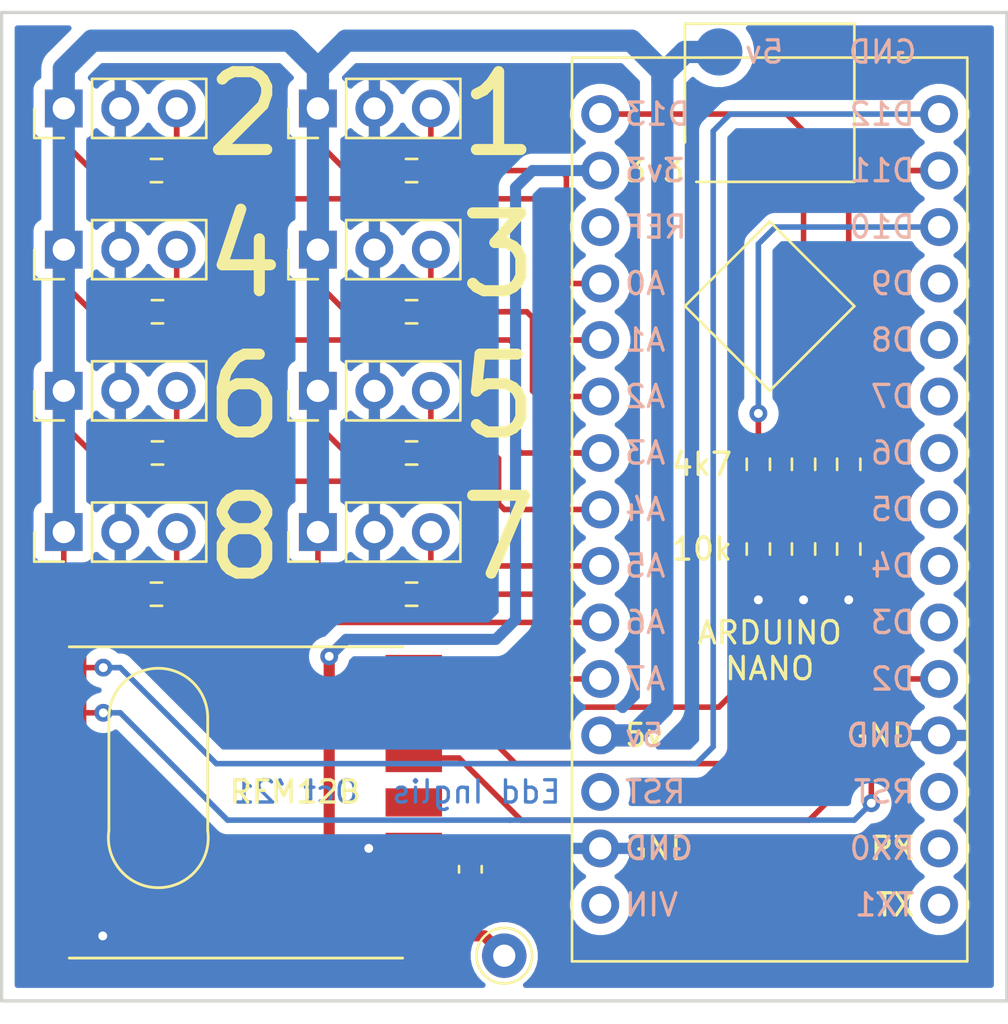
<source format=kicad_pcb>
(kicad_pcb (version 20171130) (host pcbnew "(5.1.10)-1")

  (general
    (thickness 1.6)
    (drawings 72)
    (tracks 211)
    (zones 0)
    (modules 26)
    (nets 39)
  )

  (page A4)
  (layers
    (0 F.Cu signal)
    (31 B.Cu signal)
    (32 B.Adhes user)
    (33 F.Adhes user)
    (34 B.Paste user)
    (35 F.Paste user)
    (36 B.SilkS user)
    (37 F.SilkS user hide)
    (38 B.Mask user)
    (39 F.Mask user)
    (40 Dwgs.User user)
    (41 Cmts.User user)
    (42 Eco1.User user)
    (43 Eco2.User user)
    (44 Edge.Cuts user)
    (45 Margin user)
    (46 B.CrtYd user)
    (47 F.CrtYd user)
    (48 B.Fab user)
    (49 F.Fab user hide)
  )

  (setup
    (last_trace_width 0.25)
    (trace_clearance 0.2)
    (zone_clearance 0.508)
    (zone_45_only no)
    (trace_min 0.2)
    (via_size 0.8)
    (via_drill 0.4)
    (via_min_size 0.4)
    (via_min_drill 0.3)
    (uvia_size 0.3)
    (uvia_drill 0.1)
    (uvias_allowed no)
    (uvia_min_size 0.2)
    (uvia_min_drill 0.1)
    (edge_width 0.05)
    (segment_width 0.2)
    (pcb_text_width 0.3)
    (pcb_text_size 1.5 1.5)
    (mod_edge_width 0.12)
    (mod_text_size 1 1)
    (mod_text_width 0.15)
    (pad_size 0.975 0.95)
    (pad_drill 0)
    (pad_to_mask_clearance 0)
    (aux_axis_origin 0 0)
    (visible_elements 7FF9FFFF)
    (pcbplotparams
      (layerselection 0x010f0_ffffffff)
      (usegerberextensions true)
      (usegerberattributes true)
      (usegerberadvancedattributes true)
      (creategerberjobfile true)
      (excludeedgelayer true)
      (linewidth 0.100000)
      (plotframeref false)
      (viasonmask false)
      (mode 1)
      (useauxorigin false)
      (hpglpennumber 1)
      (hpglpenspeed 20)
      (hpglpendiameter 15.000000)
      (psnegative false)
      (psa4output false)
      (plotreference true)
      (plotvalue true)
      (plotinvisibletext false)
      (padsonsilk false)
      (subtractmaskfromsilk false)
      (outputformat 1)
      (mirror false)
      (drillshape 0)
      (scaleselection 1)
      (outputdirectory "gerbers/"))
  )

  (net 0 "")
  (net 1 "Net-(J1-Pad3)")
  (net 2 "Net-(J1-Pad13)")
  (net 3 "Net-(J1-Pad1)")
  (net 4 "Net-(J1-Pad15)")
  (net 5 "Net-(J1-Pad30)")
  (net 6 "Net-(J1-Pad29)")
  (net 7 "Net-(J1-Pad28)")
  (net 8 "Net-(J1-Pad27)")
  (net 9 "Net-(J1-Pad26)")
  (net 10 "Net-(J1-Pad25)")
  (net 11 "Net-(J1-Pad24)")
  (net 12 "Net-(J1-Pad23)")
  (net 13 "Net-(J1-Pad22)")
  (net 14 "Net-(J1-Pad21)")
  (net 15 "Net-(J1-Pad20)")
  (net 16 "Net-(J1-Pad18)")
  (net 17 "Net-(J1-Pad17)")
  (net 18 "Net-(J1-Pad16)")
  (net 19 GND)
  (net 20 +3V3)
  (net 21 +5V)
  (net 22 /sensor1)
  (net 23 "Net-(U1-PadVDI)")
  (net 24 "Net-(U1-PadRES)")
  (net 25 "Net-(U1-PadCLK)")
  (net 26 "Net-(U1-PadFFIT)")
  (net 27 "Net-(U1-PadFSK)")
  (net 28 "Net-(J3-Pad1)")
  (net 29 /sensor7)
  (net 30 /sensor5)
  (net 31 /sensor4)
  (net 32 /sensor3)
  (net 33 /sensor0)
  (net 34 /sensor6)
  (net 35 /sensor2)
  (net 36 "Net-(R1-Pad1)")
  (net 37 "Net-(R3-Pad1)")
  (net 38 "Net-(R5-Pad1)")

  (net_class Default "This is the default net class."
    (clearance 0.2)
    (trace_width 0.25)
    (via_dia 0.8)
    (via_drill 0.4)
    (uvia_dia 0.3)
    (uvia_drill 0.1)
    (add_net +3V3)
    (add_net +5V)
    (add_net /sensor0)
    (add_net /sensor1)
    (add_net /sensor2)
    (add_net /sensor3)
    (add_net /sensor4)
    (add_net /sensor5)
    (add_net /sensor6)
    (add_net /sensor7)
    (add_net GND)
    (add_net "Net-(J1-Pad1)")
    (add_net "Net-(J1-Pad13)")
    (add_net "Net-(J1-Pad15)")
    (add_net "Net-(J1-Pad16)")
    (add_net "Net-(J1-Pad17)")
    (add_net "Net-(J1-Pad18)")
    (add_net "Net-(J1-Pad20)")
    (add_net "Net-(J1-Pad21)")
    (add_net "Net-(J1-Pad22)")
    (add_net "Net-(J1-Pad23)")
    (add_net "Net-(J1-Pad24)")
    (add_net "Net-(J1-Pad25)")
    (add_net "Net-(J1-Pad26)")
    (add_net "Net-(J1-Pad27)")
    (add_net "Net-(J1-Pad28)")
    (add_net "Net-(J1-Pad29)")
    (add_net "Net-(J1-Pad3)")
    (add_net "Net-(J1-Pad30)")
    (add_net "Net-(J3-Pad1)")
    (add_net "Net-(R1-Pad1)")
    (add_net "Net-(R3-Pad1)")
    (add_net "Net-(R5-Pad1)")
    (add_net "Net-(U1-PadCLK)")
    (add_net "Net-(U1-PadFFIT)")
    (add_net "Net-(U1-PadFSK)")
    (add_net "Net-(U1-PadRES)")
    (add_net "Net-(U1-PadVDI)")
  )

  (module Nano_33:NANO_33_Socket_Normal (layer F.Cu) (tedit 61706714) (tstamp 6170D0B4)
    (at 160.02 54.61 270)
    (descr "Through hole straight socket strip, 1x15, 2.54mm pitch")
    (tags "Through hole socket strip THT 1x15 2.54mm single row")
    (path /6161FF16)
    (fp_text reference J1 (at 0 -13.335 90) (layer F.Fab)
      (effects (font (size 1 1) (thickness 0.15)))
    )
    (fp_text value Arduino-NANO-33 (at 0 12.065 90) (layer F.Fab)
      (effects (font (size 1 1) (thickness 0.15)))
    )
    (fp_text user %R (at 0 -7.62 90) (layer F.Fab)
      (effects (font (size 1 1) (thickness 0.15)))
    )
    (fp_text user %R (at 0 7.62 270) (layer F.Fab)
      (effects (font (size 1 1) (thickness 0.15)))
    )
    (fp_line (start 20.32 8.89) (end -20.32 8.89) (layer F.SilkS) (width 0.12))
    (fp_line (start -20.32 -8.89) (end 20.32 -8.89) (layer F.SilkS) (width 0.12))
    (fp_line (start -20.32 -8.89) (end -20.32 8.89) (layer F.SilkS) (width 0.12))
    (fp_line (start -19.05 -8.89) (end 19.05 -8.89) (layer F.Fab) (width 0.1))
    (fp_line (start -19.05 -6.35) (end -19.05 -8.89) (layer F.Fab) (width 0.1))
    (fp_line (start 18.415 -6.35) (end -19.05 -6.35) (layer F.Fab) (width 0.1))
    (fp_line (start 19.05 -6.985) (end 18.415 -6.35) (layer F.Fab) (width 0.1))
    (fp_line (start 19.05 -8.89) (end 19.05 -6.985) (layer F.Fab) (width 0.1))
    (fp_line (start -19.05 8.89) (end -19.05 6.985) (layer F.Fab) (width 0.1))
    (fp_line (start -19.05 6.985) (end -18.415 6.35) (layer F.Fab) (width 0.1))
    (fp_line (start -18.415 6.35) (end 19.05 6.35) (layer F.Fab) (width 0.1))
    (fp_line (start 19.05 6.35) (end 19.05 8.89) (layer F.Fab) (width 0.1))
    (fp_line (start 22 8.89) (end 22 -8.89) (layer F.Fab) (width 0.12))
    (fp_poly (pts (xy -22.86 3.175) (xy -18.415 3.175) (xy -18.415 -3.175) (xy -22.86 -3.175)) (layer F.Fab) (width 0.1))
    (fp_poly (pts (xy -3.175 3.175) (xy 3.175 3.175) (xy 3.175 -3.175) (xy -3.175 -3.175)) (layer F.Fab) (width 0.1))
    (fp_poly (pts (xy 8.89 4.445) (xy 21.59 4.445) (xy 21.59 -4.445) (xy 8.89 -4.445)) (layer F.Fab) (width 0.1))
    (fp_line (start 20.32 -8.89) (end 20.32 8.89) (layer F.SilkS) (width 0.12))
    (pad 30 thru_hole oval (at -17.78 -7.62 180) (size 1.7 1.7) (drill 1) (layers *.Cu *.Mask)
      (net 5 "Net-(J1-Pad30)"))
    (pad 29 thru_hole oval (at -15.24 -7.62 180) (size 1.7 1.7) (drill 1) (layers *.Cu *.Mask)
      (net 6 "Net-(J1-Pad29)"))
    (pad 28 thru_hole oval (at -12.7 -7.62 180) (size 1.7 1.7) (drill 1) (layers *.Cu *.Mask)
      (net 7 "Net-(J1-Pad28)"))
    (pad 27 thru_hole oval (at -10.16 -7.62 180) (size 1.7 1.7) (drill 1) (layers *.Cu *.Mask)
      (net 8 "Net-(J1-Pad27)"))
    (pad 26 thru_hole oval (at -7.62 -7.62 180) (size 1.7 1.7) (drill 1) (layers *.Cu *.Mask)
      (net 9 "Net-(J1-Pad26)"))
    (pad 25 thru_hole oval (at -5.08 -7.62 180) (size 1.7 1.7) (drill 1) (layers *.Cu *.Mask)
      (net 10 "Net-(J1-Pad25)"))
    (pad 24 thru_hole oval (at -2.54 -7.62 180) (size 1.7 1.7) (drill 1) (layers *.Cu *.Mask)
      (net 11 "Net-(J1-Pad24)"))
    (pad 23 thru_hole oval (at 0 -7.62 180) (size 1.7 1.7) (drill 1) (layers *.Cu *.Mask)
      (net 12 "Net-(J1-Pad23)"))
    (pad 22 thru_hole oval (at 2.54 -7.62 180) (size 1.7 1.7) (drill 1) (layers *.Cu *.Mask)
      (net 13 "Net-(J1-Pad22)"))
    (pad 21 thru_hole oval (at 5.08 -7.62 180) (size 1.7 1.7) (drill 1) (layers *.Cu *.Mask)
      (net 14 "Net-(J1-Pad21)"))
    (pad 20 thru_hole oval (at 7.62 -7.62 180) (size 1.7 1.7) (drill 1) (layers *.Cu *.Mask)
      (net 15 "Net-(J1-Pad20)"))
    (pad 19 thru_hole oval (at 10.16 -7.62 180) (size 1.7 1.7) (drill 1) (layers *.Cu *.Mask)
      (net 19 GND))
    (pad 18 thru_hole oval (at 12.7 -7.62 180) (size 1.7 1.7) (drill 1) (layers *.Cu *.Mask)
      (net 16 "Net-(J1-Pad18)"))
    (pad 17 thru_hole oval (at 15.24 -7.62 180) (size 1.7 1.7) (drill 1) (layers *.Cu *.Mask)
      (net 17 "Net-(J1-Pad17)"))
    (pad 16 thru_hole circle (at 17.78 -7.62 180) (size 1.7 1.7) (drill 1) (layers *.Cu *.Mask)
      (net 18 "Net-(J1-Pad16)"))
    (pad 12 thru_hole oval (at 10.16 7.62) (size 1.7 1.7) (drill 1) (layers *.Cu *.Mask)
      (net 21 +5V))
    (pad 15 thru_hole oval (at 17.78 7.62) (size 1.7 1.7) (drill 1) (layers *.Cu *.Mask)
      (net 4 "Net-(J1-Pad15)"))
    (pad 1 thru_hole circle (at -17.78 7.62) (size 1.7 1.7) (drill 1) (layers *.Cu *.Mask)
      (net 3 "Net-(J1-Pad1)"))
    (pad 2 thru_hole oval (at -15.24 7.62) (size 1.7 1.7) (drill 1) (layers *.Cu *.Mask)
      (net 20 +3V3))
    (pad 3 thru_hole oval (at -12.7 7.62) (size 1.7 1.7) (drill 1) (layers *.Cu *.Mask)
      (net 1 "Net-(J1-Pad3)"))
    (pad 4 thru_hole oval (at -10.16 7.62) (size 1.7 1.7) (drill 1) (layers *.Cu *.Mask)
      (net 33 /sensor0))
    (pad 5 thru_hole oval (at -7.62 7.62) (size 1.7 1.7) (drill 1) (layers *.Cu *.Mask)
      (net 22 /sensor1))
    (pad 14 thru_hole oval (at 15.24 7.62) (size 1.7 1.7) (drill 1) (layers *.Cu *.Mask)
      (net 19 GND))
    (pad 6 thru_hole oval (at -5.08 7.62) (size 1.7 1.7) (drill 1) (layers *.Cu *.Mask)
      (net 35 /sensor2))
    (pad 11 thru_hole oval (at 7.62 7.62) (size 1.7 1.7) (drill 1) (layers *.Cu *.Mask)
      (net 29 /sensor7))
    (pad 10 thru_hole oval (at 5.08 7.62) (size 1.7 1.7) (drill 1) (layers *.Cu *.Mask)
      (net 34 /sensor6))
    (pad 7 thru_hole oval (at -2.54 7.62) (size 1.7 1.7) (drill 1) (layers *.Cu *.Mask)
      (net 32 /sensor3))
    (pad 8 thru_hole oval (at 0 7.62) (size 1.7 1.7) (drill 1) (layers *.Cu *.Mask)
      (net 31 /sensor4))
    (pad 9 thru_hole oval (at 2.54 7.62) (size 1.7 1.7) (drill 1) (layers *.Cu *.Mask)
      (net 30 /sensor5))
    (pad 13 thru_hole oval (at 12.7 7.62) (size 1.7 1.7) (drill 1) (layers *.Cu *.Mask)
      (net 2 "Net-(J1-Pad13)"))
    (model "${KISYS3DMOD}/Arduino.3dshapes/Arduino Nano 33 IoT.stp"
      (offset (xyz 0.5 0 4))
      (scale (xyz 1 1 1))
      (rotate (xyz -90 0 90))
    )
    (model ${KISYS3DMOD}/Connector_PinHeader_2.54mm.3dshapes/PinHeader_1x15_P2.54mm_Vertical.wrl
      (offset (xyz 17.8 -7.6 3))
      (scale (xyz 1 1 1))
      (rotate (xyz 0 180 90))
    )
    (model ${KISYS3DMOD}/Connector_PinHeader_2.54mm.3dshapes/PinHeader_1x15_P2.54mm_Vertical.wrl
      (offset (xyz 17.8 7.6 3))
      (scale (xyz 1 1 1))
      (rotate (xyz 0 180 90))
    )
  )

  (module rfm12b:rfm12b (layer F.Cu) (tedit 61700BCA) (tstamp 6170982E)
    (at 136.01446 67.78498)
    (descr "RFM12B RADIO MODULE BY HOPERF")
    (tags "RFM12B RADIO MODULE BY HOPERF")
    (path /6162218A)
    (attr smd)
    (fp_text reference U1 (at 1.905 0 90) (layer F.SilkS) hide
      (effects (font (size 1.27 1.27) (thickness 0.0889)))
    )
    (fp_text value RFM12 (at -1.27 5.715) (layer F.SilkS) hide
      (effects (font (size 1.27 1.27) (thickness 0.0889)))
    )
    (fp_line (start -1.27 -3.81) (end -1.27 1.27) (layer F.SilkS) (width 0.127))
    (fp_line (start -5.715 -3.81) (end -5.715 1.27) (layer F.SilkS) (width 0.127))
    (fp_line (start 7.49808 -6.9977) (end -7.49808 -6.9977) (layer F.SilkS) (width 0.127))
    (fp_line (start -7.49808 6.9977) (end 7.49808 6.9977) (layer F.SilkS) (width 0.127))
    (fp_arc (start -3.4925 1.5875) (end -1.27 1.27) (angle 196.2) (layer F.SilkS) (width 0.127))
    (fp_arc (start -3.4925 -3.81) (end -5.715 -3.81) (angle 180) (layer F.SilkS) (width 0.127))
    (pad VDD smd rect (at 7.99846 3.99796) (size 2.54 1.27) (layers F.Cu F.Paste F.Mask)
      (net 20 +3V3))
    (pad SEL smd rect (at 7.99846 -5.99948) (size 2.54 1.27) (layers F.Cu F.Paste F.Mask)
      (net 38 "Net-(R5-Pad1)"))
    (pad SDO smd rect (at -7.99846 -5.99948) (size 2.54 1.27) (layers F.Cu F.Paste F.Mask)
      (net 5 "Net-(J1-Pad30)"))
    (pad SDI smd rect (at 7.99846 -1.99898) (size 2.54 1.27) (layers F.Cu F.Paste F.Mask)
      (net 37 "Net-(R3-Pad1)"))
    (pad SCK smd rect (at 7.99846 -3.99796) (size 2.54 1.27) (layers F.Cu F.Paste F.Mask)
      (net 36 "Net-(R1-Pad1)"))
    (pad VDI smd rect (at 7.99846 0) (size 2.54 1.27) (layers F.Cu F.Paste F.Mask)
      (net 23 "Net-(U1-PadVDI)"))
    (pad GND smd rect (at -7.99846 5.99948) (size 2.54 1.27) (layers F.Cu F.Paste F.Mask)
      (net 19 GND))
    (pad RES smd rect (at -7.99846 3.99796) (size 2.54 1.27) (layers F.Cu F.Paste F.Mask)
      (net 24 "Net-(U1-PadRES)"))
    (pad CLK smd rect (at -7.99846 1.99898) (size 2.54 1.27) (layers F.Cu F.Paste F.Mask)
      (net 25 "Net-(U1-PadCLK)"))
    (pad FFIT smd rect (at -7.99846 0) (size 2.54 1.27) (layers F.Cu F.Paste F.Mask)
      (net 26 "Net-(U1-PadFFIT)"))
    (pad IRQ smd rect (at -7.99846 -3.99796) (size 2.54 1.27) (layers F.Cu F.Paste F.Mask)
      (net 15 "Net-(J1-Pad20)"))
    (pad GND smd rect (at 7.99846 1.99898) (size 2.54 1.27) (layers F.Cu F.Paste F.Mask)
      (net 19 GND))
    (pad FSK smd rect (at -7.99846 -1.99898) (size 2.54 1.27) (layers F.Cu F.Paste F.Mask)
      (net 27 "Net-(U1-PadFSK)"))
    (pad ANT smd rect (at 7.99846 5.99948) (size 2.54 1.27) (layers F.Cu F.Paste F.Mask)
      (net 28 "Net-(J3-Pad1)"))
  )

  (module Resistor_SMD:R_0603_1608Metric_Pad0.98x0.95mm_HandSolder (layer F.Cu) (tedit 5F68FEEE) (tstamp 616929EE)
    (at 132.4375 58.42)
    (descr "Resistor SMD 0603 (1608 Metric), square (rectangular) end terminal, IPC_7351 nominal with elongated pad for handsoldering. (Body size source: IPC-SM-782 page 72, https://www.pcb-3d.com/wordpress/wp-content/uploads/ipc-sm-782a_amendment_1_and_2.pdf), generated with kicad-footprint-generator")
    (tags "resistor handsolder")
    (path /616E0850)
    (attr smd)
    (fp_text reference R14 (at 0 -1.43) (layer F.SilkS) hide
      (effects (font (size 1 1) (thickness 0.15)))
    )
    (fp_text value 4k7 (at 0 1.43) (layer F.Fab)
      (effects (font (size 1 1) (thickness 0.15)))
    )
    (fp_line (start -0.8 0.4125) (end -0.8 -0.4125) (layer F.Fab) (width 0.1))
    (fp_line (start -0.8 -0.4125) (end 0.8 -0.4125) (layer F.Fab) (width 0.1))
    (fp_line (start 0.8 -0.4125) (end 0.8 0.4125) (layer F.Fab) (width 0.1))
    (fp_line (start 0.8 0.4125) (end -0.8 0.4125) (layer F.Fab) (width 0.1))
    (fp_line (start -0.254724 -0.5225) (end 0.254724 -0.5225) (layer F.SilkS) (width 0.12))
    (fp_line (start -0.254724 0.5225) (end 0.254724 0.5225) (layer F.SilkS) (width 0.12))
    (fp_line (start -1.65 0.73) (end -1.65 -0.73) (layer F.CrtYd) (width 0.05))
    (fp_line (start -1.65 -0.73) (end 1.65 -0.73) (layer F.CrtYd) (width 0.05))
    (fp_line (start 1.65 -0.73) (end 1.65 0.73) (layer F.CrtYd) (width 0.05))
    (fp_line (start 1.65 0.73) (end -1.65 0.73) (layer F.CrtYd) (width 0.05))
    (fp_text user %R (at 0 0) (layer F.Fab)
      (effects (font (size 0.4 0.4) (thickness 0.06)))
    )
    (pad 2 smd roundrect (at 0.9125 0) (size 0.975 0.95) (layers F.Cu F.Paste F.Mask) (roundrect_rratio 0.25)
      (net 29 /sensor7))
    (pad 1 smd roundrect (at -0.9125 0) (size 0.975 0.95) (layers F.Cu F.Paste F.Mask) (roundrect_rratio 0.25)
      (net 21 +5V))
    (model ${KISYS3DMOD}/Resistor_SMD.3dshapes/R_0603_1608Metric.wrl
      (at (xyz 0 0 0))
      (scale (xyz 1 1 1))
      (rotate (xyz 0 0 0))
    )
  )

  (module Resistor_SMD:R_0603_1608Metric_Pad0.98x0.95mm_HandSolder (layer F.Cu) (tedit 5F68FEEE) (tstamp 616929DD)
    (at 143.9145 58.42)
    (descr "Resistor SMD 0603 (1608 Metric), square (rectangular) end terminal, IPC_7351 nominal with elongated pad for handsoldering. (Body size source: IPC-SM-782 page 72, https://www.pcb-3d.com/wordpress/wp-content/uploads/ipc-sm-782a_amendment_1_and_2.pdf), generated with kicad-footprint-generator")
    (tags "resistor handsolder")
    (path /616DB26D)
    (attr smd)
    (fp_text reference R13 (at 0 -1.43) (layer F.SilkS) hide
      (effects (font (size 1 1) (thickness 0.15)))
    )
    (fp_text value 4k7 (at 0 1.43) (layer F.Fab)
      (effects (font (size 1 1) (thickness 0.15)))
    )
    (fp_line (start -0.8 0.4125) (end -0.8 -0.4125) (layer F.Fab) (width 0.1))
    (fp_line (start -0.8 -0.4125) (end 0.8 -0.4125) (layer F.Fab) (width 0.1))
    (fp_line (start 0.8 -0.4125) (end 0.8 0.4125) (layer F.Fab) (width 0.1))
    (fp_line (start 0.8 0.4125) (end -0.8 0.4125) (layer F.Fab) (width 0.1))
    (fp_line (start -0.254724 -0.5225) (end 0.254724 -0.5225) (layer F.SilkS) (width 0.12))
    (fp_line (start -0.254724 0.5225) (end 0.254724 0.5225) (layer F.SilkS) (width 0.12))
    (fp_line (start -1.65 0.73) (end -1.65 -0.73) (layer F.CrtYd) (width 0.05))
    (fp_line (start -1.65 -0.73) (end 1.65 -0.73) (layer F.CrtYd) (width 0.05))
    (fp_line (start 1.65 -0.73) (end 1.65 0.73) (layer F.CrtYd) (width 0.05))
    (fp_line (start 1.65 0.73) (end -1.65 0.73) (layer F.CrtYd) (width 0.05))
    (fp_text user %R (at 0 0) (layer F.Fab)
      (effects (font (size 0.4 0.4) (thickness 0.06)))
    )
    (pad 2 smd roundrect (at 0.9125 0) (size 0.975 0.95) (layers F.Cu F.Paste F.Mask) (roundrect_rratio 0.25)
      (net 34 /sensor6))
    (pad 1 smd roundrect (at -0.9125 0) (size 0.975 0.95) (layers F.Cu F.Paste F.Mask) (roundrect_rratio 0.25)
      (net 21 +5V))
    (model ${KISYS3DMOD}/Resistor_SMD.3dshapes/R_0603_1608Metric.wrl
      (at (xyz 0 0 0))
      (scale (xyz 1 1 1))
      (rotate (xyz 0 0 0))
    )
  )

  (module Resistor_SMD:R_0603_1608Metric_Pad0.98x0.95mm_HandSolder (layer F.Cu) (tedit 5F68FEEE) (tstamp 616C5775)
    (at 132.4375 39.37 180)
    (descr "Resistor SMD 0603 (1608 Metric), square (rectangular) end terminal, IPC_7351 nominal with elongated pad for handsoldering. (Body size source: IPC-SM-782 page 72, https://www.pcb-3d.com/wordpress/wp-content/uploads/ipc-sm-782a_amendment_1_and_2.pdf), generated with kicad-footprint-generator")
    (tags "resistor handsolder")
    (path /616E8E7D)
    (attr smd)
    (fp_text reference R12 (at 0 -1.43) (layer F.SilkS) hide
      (effects (font (size 1 1) (thickness 0.15)))
    )
    (fp_text value 4k7 (at 0 1.43) (layer F.Fab) hide
      (effects (font (size 1 1) (thickness 0.15)))
    )
    (fp_line (start -0.8 0.4125) (end -0.8 -0.4125) (layer F.Fab) (width 0.1))
    (fp_line (start -0.8 -0.4125) (end 0.8 -0.4125) (layer F.Fab) (width 0.1))
    (fp_line (start 0.8 -0.4125) (end 0.8 0.4125) (layer F.Fab) (width 0.1))
    (fp_line (start 0.8 0.4125) (end -0.8 0.4125) (layer F.Fab) (width 0.1))
    (fp_line (start -0.254724 -0.5225) (end 0.254724 -0.5225) (layer F.SilkS) (width 0.12))
    (fp_line (start -0.254724 0.5225) (end 0.254724 0.5225) (layer F.SilkS) (width 0.12))
    (fp_line (start -1.65 0.73) (end -1.65 -0.73) (layer F.CrtYd) (width 0.05))
    (fp_line (start -1.65 -0.73) (end 1.65 -0.73) (layer F.CrtYd) (width 0.05))
    (fp_line (start 1.65 -0.73) (end 1.65 0.73) (layer F.CrtYd) (width 0.05))
    (fp_line (start 1.65 0.73) (end -1.65 0.73) (layer F.CrtYd) (width 0.05))
    (fp_text user %R (at 0 0) (layer F.Fab) hide
      (effects (font (size 0.4 0.4) (thickness 0.06)))
    )
    (pad 2 smd roundrect (at 0.9125 0 180) (size 0.975 0.95) (layers F.Cu F.Paste F.Mask) (roundrect_rratio 0.25)
      (net 21 +5V))
    (pad 1 smd roundrect (at -0.9125 0 180) (size 0.975 0.95) (layers F.Cu F.Paste F.Mask) (roundrect_rratio 0.25)
      (net 22 /sensor1))
    (model ${KISYS3DMOD}/Resistor_SMD.3dshapes/R_0603_1608Metric.wrl
      (at (xyz 0 0 0))
      (scale (xyz 1 1 1))
      (rotate (xyz 0 0 0))
    )
  )

  (module Resistor_SMD:R_0603_1608Metric_Pad0.98x0.95mm_HandSolder (layer F.Cu) (tedit 616B2F4D) (tstamp 616929BB)
    (at 132.4845 52.07)
    (descr "Resistor SMD 0603 (1608 Metric), square (rectangular) end terminal, IPC_7351 nominal with elongated pad for handsoldering. (Body size source: IPC-SM-782 page 72, https://www.pcb-3d.com/wordpress/wp-content/uploads/ipc-sm-782a_amendment_1_and_2.pdf), generated with kicad-footprint-generator")
    (tags "resistor handsolder")
    (path /616D5E50)
    (attr smd)
    (fp_text reference R11 (at 0 -1.43) (layer F.SilkS) hide
      (effects (font (size 1 1) (thickness 0.15)))
    )
    (fp_text value 4k7 (at 0 1.43) (layer F.Fab)
      (effects (font (size 1 1) (thickness 0.15)))
    )
    (fp_line (start -0.8 0.4125) (end -0.8 -0.4125) (layer F.Fab) (width 0.1))
    (fp_line (start -0.8 -0.4125) (end 0.8 -0.4125) (layer F.Fab) (width 0.1))
    (fp_line (start 0.8 -0.4125) (end 0.8 0.4125) (layer F.Fab) (width 0.1))
    (fp_line (start 0.8 0.4125) (end -0.8 0.4125) (layer F.Fab) (width 0.1))
    (fp_line (start -0.254724 -0.5225) (end 0.254724 -0.5225) (layer F.SilkS) (width 0.12))
    (fp_line (start -0.254724 0.5225) (end 0.254724 0.5225) (layer F.SilkS) (width 0.12))
    (fp_line (start -1.65 0.73) (end -1.65 -0.73) (layer F.CrtYd) (width 0.05))
    (fp_line (start -1.65 -0.73) (end 1.65 -0.73) (layer F.CrtYd) (width 0.05))
    (fp_line (start 1.65 -0.73) (end 1.65 0.73) (layer F.CrtYd) (width 0.05))
    (fp_line (start 1.65 0.73) (end -1.65 0.73) (layer F.CrtYd) (width 0.05))
    (fp_text user %R (at 0 0) (layer F.Fab)
      (effects (font (size 0.4 0.4) (thickness 0.06)))
    )
    (pad 2 smd roundrect (at 0.9125 0) (size 0.975 0.95) (layers F.Cu F.Paste F.Mask) (roundrect_rratio 0.25)
      (net 30 /sensor5))
    (pad 1 smd roundrect (at -0.9125 0) (size 0.975 0.95) (layers F.Cu F.Paste F.Mask) (roundrect_rratio 0.25)
      (net 21 +5V))
    (model ${KISYS3DMOD}/Resistor_SMD.3dshapes/R_0603_1608Metric.wrl
      (at (xyz 0 0 0))
      (scale (xyz 1 1 1))
      (rotate (xyz 0 0 0))
    )
  )

  (module Resistor_SMD:R_0603_1608Metric_Pad0.98x0.95mm_HandSolder (layer F.Cu) (tedit 5F68FEEE) (tstamp 616929AA)
    (at 143.9145 52.07)
    (descr "Resistor SMD 0603 (1608 Metric), square (rectangular) end terminal, IPC_7351 nominal with elongated pad for handsoldering. (Body size source: IPC-SM-782 page 72, https://www.pcb-3d.com/wordpress/wp-content/uploads/ipc-sm-782a_amendment_1_and_2.pdf), generated with kicad-footprint-generator")
    (tags "resistor handsolder")
    (path /616D0B17)
    (attr smd)
    (fp_text reference R10 (at 0 -1.43) (layer F.SilkS) hide
      (effects (font (size 1 1) (thickness 0.15)))
    )
    (fp_text value 4k7 (at 0 1.43) (layer F.Fab)
      (effects (font (size 1 1) (thickness 0.15)))
    )
    (fp_line (start -0.8 0.4125) (end -0.8 -0.4125) (layer F.Fab) (width 0.1))
    (fp_line (start -0.8 -0.4125) (end 0.8 -0.4125) (layer F.Fab) (width 0.1))
    (fp_line (start 0.8 -0.4125) (end 0.8 0.4125) (layer F.Fab) (width 0.1))
    (fp_line (start 0.8 0.4125) (end -0.8 0.4125) (layer F.Fab) (width 0.1))
    (fp_line (start -0.254724 -0.5225) (end 0.254724 -0.5225) (layer F.SilkS) (width 0.12))
    (fp_line (start -0.254724 0.5225) (end 0.254724 0.5225) (layer F.SilkS) (width 0.12))
    (fp_line (start -1.65 0.73) (end -1.65 -0.73) (layer F.CrtYd) (width 0.05))
    (fp_line (start -1.65 -0.73) (end 1.65 -0.73) (layer F.CrtYd) (width 0.05))
    (fp_line (start 1.65 -0.73) (end 1.65 0.73) (layer F.CrtYd) (width 0.05))
    (fp_line (start 1.65 0.73) (end -1.65 0.73) (layer F.CrtYd) (width 0.05))
    (fp_text user %R (at 0 0) (layer F.Fab)
      (effects (font (size 0.4 0.4) (thickness 0.06)))
    )
    (pad 2 smd roundrect (at 0.9125 0) (size 0.975 0.95) (layers F.Cu F.Paste F.Mask) (roundrect_rratio 0.25)
      (net 31 /sensor4))
    (pad 1 smd roundrect (at -0.9125 0) (size 0.975 0.95) (layers F.Cu F.Paste F.Mask) (roundrect_rratio 0.25)
      (net 21 +5V))
    (model ${KISYS3DMOD}/Resistor_SMD.3dshapes/R_0603_1608Metric.wrl
      (at (xyz 0 0 0))
      (scale (xyz 1 1 1))
      (rotate (xyz 0 0 0))
    )
  )

  (module Resistor_SMD:R_0603_1608Metric_Pad0.98x0.95mm_HandSolder (layer F.Cu) (tedit 5F68FEEE) (tstamp 616C57CD)
    (at 132.4845 45.72)
    (descr "Resistor SMD 0603 (1608 Metric), square (rectangular) end terminal, IPC_7351 nominal with elongated pad for handsoldering. (Body size source: IPC-SM-782 page 72, https://www.pcb-3d.com/wordpress/wp-content/uploads/ipc-sm-782a_amendment_1_and_2.pdf), generated with kicad-footprint-generator")
    (tags "resistor handsolder")
    (path /616CCB4A)
    (attr smd)
    (fp_text reference R9 (at 0 -1.43) (layer F.SilkS) hide
      (effects (font (size 1 1) (thickness 0.15)))
    )
    (fp_text value 4k7 (at 0 1.43) (layer F.Fab)
      (effects (font (size 1 1) (thickness 0.15)))
    )
    (fp_line (start -0.8 0.4125) (end -0.8 -0.4125) (layer F.Fab) (width 0.1))
    (fp_line (start -0.8 -0.4125) (end 0.8 -0.4125) (layer F.Fab) (width 0.1))
    (fp_line (start 0.8 -0.4125) (end 0.8 0.4125) (layer F.Fab) (width 0.1))
    (fp_line (start 0.8 0.4125) (end -0.8 0.4125) (layer F.Fab) (width 0.1))
    (fp_line (start -0.254724 -0.5225) (end 0.254724 -0.5225) (layer F.SilkS) (width 0.12))
    (fp_line (start -0.254724 0.5225) (end 0.254724 0.5225) (layer F.SilkS) (width 0.12))
    (fp_line (start -1.65 0.73) (end -1.65 -0.73) (layer F.CrtYd) (width 0.05))
    (fp_line (start -1.65 -0.73) (end 1.65 -0.73) (layer F.CrtYd) (width 0.05))
    (fp_line (start 1.65 -0.73) (end 1.65 0.73) (layer F.CrtYd) (width 0.05))
    (fp_line (start 1.65 0.73) (end -1.65 0.73) (layer F.CrtYd) (width 0.05))
    (fp_text user %R (at 0 0) (layer F.Fab)
      (effects (font (size 0.4 0.4) (thickness 0.06)))
    )
    (pad 2 smd roundrect (at 0.9125 0) (size 0.975 0.95) (layers F.Cu F.Paste F.Mask) (roundrect_rratio 0.25)
      (net 32 /sensor3))
    (pad 1 smd roundrect (at -0.9125 0) (size 0.975 0.95) (layers F.Cu F.Paste F.Mask) (roundrect_rratio 0.25)
      (net 21 +5V))
    (model ${KISYS3DMOD}/Resistor_SMD.3dshapes/R_0603_1608Metric.wrl
      (at (xyz 0 0 0))
      (scale (xyz 1 1 1))
      (rotate (xyz 0 0 0))
    )
  )

  (module Resistor_SMD:R_0603_1608Metric_Pad0.98x0.95mm_HandSolder (layer F.Cu) (tedit 5F68FEEE) (tstamp 61692988)
    (at 143.9145 39.37)
    (descr "Resistor SMD 0603 (1608 Metric), square (rectangular) end terminal, IPC_7351 nominal with elongated pad for handsoldering. (Body size source: IPC-SM-782 page 72, https://www.pcb-3d.com/wordpress/wp-content/uploads/ipc-sm-782a_amendment_1_and_2.pdf), generated with kicad-footprint-generator")
    (tags "resistor handsolder")
    (path /616C9F86)
    (attr smd)
    (fp_text reference R8 (at 0 -1.43) (layer F.SilkS) hide
      (effects (font (size 1 1) (thickness 0.15)))
    )
    (fp_text value 4k7 (at 0 1.43) (layer F.Fab)
      (effects (font (size 1 1) (thickness 0.15)))
    )
    (fp_line (start -0.8 0.4125) (end -0.8 -0.4125) (layer F.Fab) (width 0.1))
    (fp_line (start -0.8 -0.4125) (end 0.8 -0.4125) (layer F.Fab) (width 0.1))
    (fp_line (start 0.8 -0.4125) (end 0.8 0.4125) (layer F.Fab) (width 0.1))
    (fp_line (start 0.8 0.4125) (end -0.8 0.4125) (layer F.Fab) (width 0.1))
    (fp_line (start -0.254724 -0.5225) (end 0.254724 -0.5225) (layer F.SilkS) (width 0.12))
    (fp_line (start -0.254724 0.5225) (end 0.254724 0.5225) (layer F.SilkS) (width 0.12))
    (fp_line (start -1.65 0.73) (end -1.65 -0.73) (layer F.CrtYd) (width 0.05))
    (fp_line (start -1.65 -0.73) (end 1.65 -0.73) (layer F.CrtYd) (width 0.05))
    (fp_line (start 1.65 -0.73) (end 1.65 0.73) (layer F.CrtYd) (width 0.05))
    (fp_line (start 1.65 0.73) (end -1.65 0.73) (layer F.CrtYd) (width 0.05))
    (fp_text user %R (at 0 0) (layer F.Fab)
      (effects (font (size 0.4 0.4) (thickness 0.06)))
    )
    (pad 2 smd roundrect (at 0.9125 0) (size 0.975 0.95) (layers F.Cu F.Paste F.Mask) (roundrect_rratio 0.25)
      (net 33 /sensor0))
    (pad 1 smd roundrect (at -0.9125 0) (size 0.975 0.95) (layers F.Cu F.Paste F.Mask) (roundrect_rratio 0.25)
      (net 21 +5V))
    (model ${KISYS3DMOD}/Resistor_SMD.3dshapes/R_0603_1608Metric.wrl
      (at (xyz 0 0 0))
      (scale (xyz 1 1 1))
      (rotate (xyz 0 0 0))
    )
  )

  (module Connector_PinHeader_2.54mm:PinHeader_1x03_P2.54mm_Vertical (layer F.Cu) (tedit 59FED5CC) (tstamp 616C1286)
    (at 128.27 55.626 90)
    (descr "Through hole straight pin header, 1x03, 2.54mm pitch, single row")
    (tags "Through hole pin header THT 1x03 2.54mm single row")
    (path /616E0844)
    (fp_text reference J10 (at 0 -2.33 90) (layer F.SilkS) hide
      (effects (font (size 1 1) (thickness 0.15)))
    )
    (fp_text value Conn_01x03_Male (at 0 7.41 90) (layer F.Fab)
      (effects (font (size 1 1) (thickness 0.15)))
    )
    (fp_line (start -0.635 -1.27) (end 1.27 -1.27) (layer F.Fab) (width 0.1))
    (fp_line (start 1.27 -1.27) (end 1.27 6.35) (layer F.Fab) (width 0.1))
    (fp_line (start 1.27 6.35) (end -1.27 6.35) (layer F.Fab) (width 0.1))
    (fp_line (start -1.27 6.35) (end -1.27 -0.635) (layer F.Fab) (width 0.1))
    (fp_line (start -1.27 -0.635) (end -0.635 -1.27) (layer F.Fab) (width 0.1))
    (fp_line (start -1.33 6.41) (end 1.33 6.41) (layer F.SilkS) (width 0.12))
    (fp_line (start -1.33 1.27) (end -1.33 6.41) (layer F.SilkS) (width 0.12))
    (fp_line (start 1.33 1.27) (end 1.33 6.41) (layer F.SilkS) (width 0.12))
    (fp_line (start -1.33 1.27) (end 1.33 1.27) (layer F.SilkS) (width 0.12))
    (fp_line (start -1.33 0) (end -1.33 -1.33) (layer F.SilkS) (width 0.12))
    (fp_line (start -1.33 -1.33) (end 0 -1.33) (layer F.SilkS) (width 0.12))
    (fp_line (start -1.8 -1.8) (end -1.8 6.85) (layer F.CrtYd) (width 0.05))
    (fp_line (start -1.8 6.85) (end 1.8 6.85) (layer F.CrtYd) (width 0.05))
    (fp_line (start 1.8 6.85) (end 1.8 -1.8) (layer F.CrtYd) (width 0.05))
    (fp_line (start 1.8 -1.8) (end -1.8 -1.8) (layer F.CrtYd) (width 0.05))
    (fp_text user %R (at 0 2.54) (layer F.Fab)
      (effects (font (size 1 1) (thickness 0.15)))
    )
    (pad 3 thru_hole oval (at 0 5.08 90) (size 1.7 1.7) (drill 1) (layers *.Cu *.Mask)
      (net 29 /sensor7))
    (pad 2 thru_hole oval (at 0 2.54 90) (size 1.7 1.7) (drill 1) (layers *.Cu *.Mask)
      (net 19 GND))
    (pad 1 thru_hole rect (at 0 0 90) (size 1.7 1.7) (drill 1) (layers *.Cu *.Mask)
      (net 21 +5V))
    (model ${KISYS3DMOD}/Connector_PinHeader_2.54mm.3dshapes/PinHeader_1x03_P2.54mm_Vertical.wrl
      (at (xyz 0 0 0))
      (scale (xyz 1 1 1))
      (rotate (xyz 0 0 0))
    )
  )

  (module Connector_PinHeader_2.54mm:PinHeader_1x03_P2.54mm_Vertical (layer F.Cu) (tedit 59FED5CC) (tstamp 616B40B8)
    (at 139.7 55.626 90)
    (descr "Through hole straight pin header, 1x03, 2.54mm pitch, single row")
    (tags "Through hole pin header THT 1x03 2.54mm single row")
    (path /616DB261)
    (fp_text reference J9 (at 0 -2.33 90) (layer F.SilkS) hide
      (effects (font (size 1 1) (thickness 0.15)))
    )
    (fp_text value Conn_01x03_Male (at 0 7.41 90) (layer F.Fab)
      (effects (font (size 1 1) (thickness 0.15)))
    )
    (fp_line (start -0.635 -1.27) (end 1.27 -1.27) (layer F.Fab) (width 0.1))
    (fp_line (start 1.27 -1.27) (end 1.27 6.35) (layer F.Fab) (width 0.1))
    (fp_line (start 1.27 6.35) (end -1.27 6.35) (layer F.Fab) (width 0.1))
    (fp_line (start -1.27 6.35) (end -1.27 -0.635) (layer F.Fab) (width 0.1))
    (fp_line (start -1.27 -0.635) (end -0.635 -1.27) (layer F.Fab) (width 0.1))
    (fp_line (start -1.33 6.41) (end 1.33 6.41) (layer F.SilkS) (width 0.12))
    (fp_line (start -1.33 1.27) (end -1.33 6.41) (layer F.SilkS) (width 0.12))
    (fp_line (start 1.33 1.27) (end 1.33 6.41) (layer F.SilkS) (width 0.12))
    (fp_line (start -1.33 1.27) (end 1.33 1.27) (layer F.SilkS) (width 0.12))
    (fp_line (start -1.33 0) (end -1.33 -1.33) (layer F.SilkS) (width 0.12))
    (fp_line (start -1.33 -1.33) (end 0 -1.33) (layer F.SilkS) (width 0.12))
    (fp_line (start -1.8 -1.8) (end -1.8 6.85) (layer F.CrtYd) (width 0.05))
    (fp_line (start -1.8 6.85) (end 1.8 6.85) (layer F.CrtYd) (width 0.05))
    (fp_line (start 1.8 6.85) (end 1.8 -1.8) (layer F.CrtYd) (width 0.05))
    (fp_line (start 1.8 -1.8) (end -1.8 -1.8) (layer F.CrtYd) (width 0.05))
    (fp_text user %R (at 0 2.54) (layer F.Fab)
      (effects (font (size 1 1) (thickness 0.15)))
    )
    (pad 3 thru_hole oval (at 0 5.08 90) (size 1.7 1.7) (drill 1) (layers *.Cu *.Mask)
      (net 34 /sensor6))
    (pad 2 thru_hole oval (at 0 2.54 90) (size 1.7 1.7) (drill 1) (layers *.Cu *.Mask)
      (net 19 GND))
    (pad 1 thru_hole rect (at 0 0 90) (size 1.7 1.7) (drill 1) (layers *.Cu *.Mask)
      (net 21 +5V))
    (model ${KISYS3DMOD}/Connector_PinHeader_2.54mm.3dshapes/PinHeader_1x03_P2.54mm_Vertical.wrl
      (at (xyz 0 0 0))
      (scale (xyz 1 1 1))
      (rotate (xyz 0 0 0))
    )
  )

  (module Connector_PinHeader_2.54mm:PinHeader_1x03_P2.54mm_Vertical (layer F.Cu) (tedit 59FED5CC) (tstamp 61692869)
    (at 128.27 36.576 90)
    (descr "Through hole straight pin header, 1x03, 2.54mm pitch, single row")
    (tags "Through hole pin header THT 1x03 2.54mm single row")
    (path /616E8E71)
    (fp_text reference J8 (at 0 -2.33 90) (layer F.SilkS) hide
      (effects (font (size 1 1) (thickness 0.15)))
    )
    (fp_text value Conn_01x03_Male (at 0 7.41 90) (layer F.Fab)
      (effects (font (size 1 1) (thickness 0.15)))
    )
    (fp_line (start -0.635 -1.27) (end 1.27 -1.27) (layer F.Fab) (width 0.1))
    (fp_line (start 1.27 -1.27) (end 1.27 6.35) (layer F.Fab) (width 0.1))
    (fp_line (start 1.27 6.35) (end -1.27 6.35) (layer F.Fab) (width 0.1))
    (fp_line (start -1.27 6.35) (end -1.27 -0.635) (layer F.Fab) (width 0.1))
    (fp_line (start -1.27 -0.635) (end -0.635 -1.27) (layer F.Fab) (width 0.1))
    (fp_line (start -1.33 6.41) (end 1.33 6.41) (layer F.SilkS) (width 0.12))
    (fp_line (start -1.33 1.27) (end -1.33 6.41) (layer F.SilkS) (width 0.12))
    (fp_line (start 1.33 1.27) (end 1.33 6.41) (layer F.SilkS) (width 0.12))
    (fp_line (start -1.33 1.27) (end 1.33 1.27) (layer F.SilkS) (width 0.12))
    (fp_line (start -1.33 0) (end -1.33 -1.33) (layer F.SilkS) (width 0.12))
    (fp_line (start -1.33 -1.33) (end 0 -1.33) (layer F.SilkS) (width 0.12))
    (fp_line (start -1.8 -1.8) (end -1.8 6.85) (layer F.CrtYd) (width 0.05))
    (fp_line (start -1.8 6.85) (end 1.8 6.85) (layer F.CrtYd) (width 0.05))
    (fp_line (start 1.8 6.85) (end 1.8 -1.8) (layer F.CrtYd) (width 0.05))
    (fp_line (start 1.8 -1.8) (end -1.8 -1.8) (layer F.CrtYd) (width 0.05))
    (fp_text user %R (at 0 2.54) (layer F.Fab)
      (effects (font (size 1 1) (thickness 0.15)))
    )
    (pad 3 thru_hole oval (at 0 5.08 90) (size 1.7 1.7) (drill 1) (layers *.Cu *.Mask)
      (net 22 /sensor1))
    (pad 2 thru_hole oval (at 0 2.54 90) (size 1.7 1.7) (drill 1) (layers *.Cu *.Mask)
      (net 19 GND))
    (pad 1 thru_hole rect (at 0 0 90) (size 1.7 1.7) (drill 1) (layers *.Cu *.Mask)
      (net 21 +5V))
    (model ${KISYS3DMOD}/Connector_PinHeader_2.54mm.3dshapes/PinHeader_1x03_P2.54mm_Vertical.wrl
      (at (xyz 0 0 0))
      (scale (xyz 1 1 1))
      (rotate (xyz 0 0 0))
    )
  )

  (module Connector_PinHeader_2.54mm:PinHeader_1x03_P2.54mm_Vertical (layer F.Cu) (tedit 59FED5CC) (tstamp 61692852)
    (at 128.27 49.276 90)
    (descr "Through hole straight pin header, 1x03, 2.54mm pitch, single row")
    (tags "Through hole pin header THT 1x03 2.54mm single row")
    (path /616D5E44)
    (fp_text reference J7 (at 0 -2.33 90) (layer F.SilkS) hide
      (effects (font (size 1 1) (thickness 0.15)))
    )
    (fp_text value Conn_01x03_Male (at 0 7.41 90) (layer F.Fab)
      (effects (font (size 1 1) (thickness 0.15)))
    )
    (fp_line (start -0.635 -1.27) (end 1.27 -1.27) (layer F.Fab) (width 0.1))
    (fp_line (start 1.27 -1.27) (end 1.27 6.35) (layer F.Fab) (width 0.1))
    (fp_line (start 1.27 6.35) (end -1.27 6.35) (layer F.Fab) (width 0.1))
    (fp_line (start -1.27 6.35) (end -1.27 -0.635) (layer F.Fab) (width 0.1))
    (fp_line (start -1.27 -0.635) (end -0.635 -1.27) (layer F.Fab) (width 0.1))
    (fp_line (start -1.33 6.41) (end 1.33 6.41) (layer F.SilkS) (width 0.12))
    (fp_line (start -1.33 1.27) (end -1.33 6.41) (layer F.SilkS) (width 0.12))
    (fp_line (start 1.33 1.27) (end 1.33 6.41) (layer F.SilkS) (width 0.12))
    (fp_line (start -1.33 1.27) (end 1.33 1.27) (layer F.SilkS) (width 0.12))
    (fp_line (start -1.33 0) (end -1.33 -1.33) (layer F.SilkS) (width 0.12))
    (fp_line (start -1.33 -1.33) (end 0 -1.33) (layer F.SilkS) (width 0.12))
    (fp_line (start -1.8 -1.8) (end -1.8 6.85) (layer F.CrtYd) (width 0.05))
    (fp_line (start -1.8 6.85) (end 1.8 6.85) (layer F.CrtYd) (width 0.05))
    (fp_line (start 1.8 6.85) (end 1.8 -1.8) (layer F.CrtYd) (width 0.05))
    (fp_line (start 1.8 -1.8) (end -1.8 -1.8) (layer F.CrtYd) (width 0.05))
    (fp_text user %R (at 0 2.54) (layer F.Fab)
      (effects (font (size 1 1) (thickness 0.15)))
    )
    (pad 3 thru_hole oval (at 0 5.08 90) (size 1.7 1.7) (drill 1) (layers *.Cu *.Mask)
      (net 30 /sensor5))
    (pad 2 thru_hole oval (at 0 2.54 90) (size 1.7 1.7) (drill 1) (layers *.Cu *.Mask)
      (net 19 GND))
    (pad 1 thru_hole rect (at 0 0 90) (size 1.7 1.7) (drill 1) (layers *.Cu *.Mask)
      (net 21 +5V))
    (model ${KISYS3DMOD}/Connector_PinHeader_2.54mm.3dshapes/PinHeader_1x03_P2.54mm_Vertical.wrl
      (at (xyz 0 0 0))
      (scale (xyz 1 1 1))
      (rotate (xyz 0 0 0))
    )
  )

  (module Connector_PinHeader_2.54mm:PinHeader_1x03_P2.54mm_Vertical (layer F.Cu) (tedit 59FED5CC) (tstamp 616B3D11)
    (at 139.7 49.276 90)
    (descr "Through hole straight pin header, 1x03, 2.54mm pitch, single row")
    (tags "Through hole pin header THT 1x03 2.54mm single row")
    (path /616D0B0B)
    (fp_text reference J6 (at 0 -2.33 90) (layer F.SilkS) hide
      (effects (font (size 1 1) (thickness 0.15)))
    )
    (fp_text value Conn_01x03_Male (at 0 7.41 90) (layer F.Fab)
      (effects (font (size 1 1) (thickness 0.15)))
    )
    (fp_line (start -0.635 -1.27) (end 1.27 -1.27) (layer F.Fab) (width 0.1))
    (fp_line (start 1.27 -1.27) (end 1.27 6.35) (layer F.Fab) (width 0.1))
    (fp_line (start 1.27 6.35) (end -1.27 6.35) (layer F.Fab) (width 0.1))
    (fp_line (start -1.27 6.35) (end -1.27 -0.635) (layer F.Fab) (width 0.1))
    (fp_line (start -1.27 -0.635) (end -0.635 -1.27) (layer F.Fab) (width 0.1))
    (fp_line (start -1.33 6.41) (end 1.33 6.41) (layer F.SilkS) (width 0.12))
    (fp_line (start -1.33 1.27) (end -1.33 6.41) (layer F.SilkS) (width 0.12))
    (fp_line (start 1.33 1.27) (end 1.33 6.41) (layer F.SilkS) (width 0.12))
    (fp_line (start -1.33 1.27) (end 1.33 1.27) (layer F.SilkS) (width 0.12))
    (fp_line (start -1.33 0) (end -1.33 -1.33) (layer F.SilkS) (width 0.12))
    (fp_line (start -1.33 -1.33) (end 0 -1.33) (layer F.SilkS) (width 0.12))
    (fp_line (start -1.8 -1.8) (end -1.8 6.85) (layer F.CrtYd) (width 0.05))
    (fp_line (start -1.8 6.85) (end 1.8 6.85) (layer F.CrtYd) (width 0.05))
    (fp_line (start 1.8 6.85) (end 1.8 -1.8) (layer F.CrtYd) (width 0.05))
    (fp_line (start 1.8 -1.8) (end -1.8 -1.8) (layer F.CrtYd) (width 0.05))
    (fp_text user %R (at 0 2.54) (layer F.Fab)
      (effects (font (size 1 1) (thickness 0.15)))
    )
    (pad 3 thru_hole oval (at 0 5.08 90) (size 1.7 1.7) (drill 1) (layers *.Cu *.Mask)
      (net 31 /sensor4))
    (pad 2 thru_hole oval (at 0 2.54 90) (size 1.7 1.7) (drill 1) (layers *.Cu *.Mask)
      (net 19 GND))
    (pad 1 thru_hole rect (at 0 0 90) (size 1.7 1.7) (drill 1) (layers *.Cu *.Mask)
      (net 21 +5V))
    (model ${KISYS3DMOD}/Connector_PinHeader_2.54mm.3dshapes/PinHeader_1x03_P2.54mm_Vertical.wrl
      (at (xyz 0 0 0))
      (scale (xyz 1 1 1))
      (rotate (xyz 0 0 0))
    )
  )

  (module Connector_PinHeader_2.54mm:PinHeader_1x03_P2.54mm_Vertical (layer F.Cu) (tedit 59FED5CC) (tstamp 616B3DDA)
    (at 128.27 42.926 90)
    (descr "Through hole straight pin header, 1x03, 2.54mm pitch, single row")
    (tags "Through hole pin header THT 1x03 2.54mm single row")
    (path /616CCB3E)
    (fp_text reference J5 (at 0 -2.33 90) (layer F.SilkS) hide
      (effects (font (size 1 1) (thickness 0.15)))
    )
    (fp_text value Conn_01x03_Male (at 0 7.41 90) (layer F.Fab)
      (effects (font (size 1 1) (thickness 0.15)))
    )
    (fp_line (start 1.8 -1.8) (end -1.8 -1.8) (layer F.CrtYd) (width 0.05))
    (fp_line (start 1.8 6.85) (end 1.8 -1.8) (layer F.CrtYd) (width 0.05))
    (fp_line (start -1.8 6.85) (end 1.8 6.85) (layer F.CrtYd) (width 0.05))
    (fp_line (start -1.8 -1.8) (end -1.8 6.85) (layer F.CrtYd) (width 0.05))
    (fp_line (start -1.33 -1.33) (end 0 -1.33) (layer F.SilkS) (width 0.12))
    (fp_line (start -1.33 0) (end -1.33 -1.33) (layer F.SilkS) (width 0.12))
    (fp_line (start -1.33 1.27) (end 1.33 1.27) (layer F.SilkS) (width 0.12))
    (fp_line (start 1.33 1.27) (end 1.33 6.41) (layer F.SilkS) (width 0.12))
    (fp_line (start -1.33 1.27) (end -1.33 6.41) (layer F.SilkS) (width 0.12))
    (fp_line (start -1.33 6.41) (end 1.33 6.41) (layer F.SilkS) (width 0.12))
    (fp_line (start -1.27 -0.635) (end -0.635 -1.27) (layer F.Fab) (width 0.1))
    (fp_line (start -1.27 6.35) (end -1.27 -0.635) (layer F.Fab) (width 0.1))
    (fp_line (start 1.27 6.35) (end -1.27 6.35) (layer F.Fab) (width 0.1))
    (fp_line (start 1.27 -1.27) (end 1.27 6.35) (layer F.Fab) (width 0.1))
    (fp_line (start -0.635 -1.27) (end 1.27 -1.27) (layer F.Fab) (width 0.1))
    (fp_text user %R (at 0 2.54) (layer F.Fab)
      (effects (font (size 1 1) (thickness 0.15)))
    )
    (pad 1 thru_hole rect (at 0 0 90) (size 1.7 1.7) (drill 1) (layers *.Cu *.Mask)
      (net 21 +5V))
    (pad 2 thru_hole oval (at 0 2.54 90) (size 1.7 1.7) (drill 1) (layers *.Cu *.Mask)
      (net 19 GND))
    (pad 3 thru_hole oval (at 0 5.08 90) (size 1.7 1.7) (drill 1) (layers *.Cu *.Mask)
      (net 32 /sensor3))
    (model ${KISYS3DMOD}/Connector_PinHeader_2.54mm.3dshapes/PinHeader_1x03_P2.54mm_Vertical.wrl
      (at (xyz 0 0 0))
      (scale (xyz 1 1 1))
      (rotate (xyz 0 0 0))
    )
  )

  (module Connector_PinHeader_2.54mm:PinHeader_1x03_P2.54mm_Vertical (layer F.Cu) (tedit 59FED5CC) (tstamp 616B3ACE)
    (at 139.7 36.576 90)
    (descr "Through hole straight pin header, 1x03, 2.54mm pitch, single row")
    (tags "Through hole pin header THT 1x03 2.54mm single row")
    (path /616C9F7A)
    (fp_text reference J4 (at 0 -2.33 90) (layer F.SilkS) hide
      (effects (font (size 1 1) (thickness 0.15)))
    )
    (fp_text value Conn_01x03_Male (at 0 7.41 90) (layer F.Fab)
      (effects (font (size 1 1) (thickness 0.15)))
    )
    (fp_line (start -0.635 -1.27) (end 1.27 -1.27) (layer F.Fab) (width 0.1))
    (fp_line (start 1.27 -1.27) (end 1.27 6.35) (layer F.Fab) (width 0.1))
    (fp_line (start 1.27 6.35) (end -1.27 6.35) (layer F.Fab) (width 0.1))
    (fp_line (start -1.27 6.35) (end -1.27 -0.635) (layer F.Fab) (width 0.1))
    (fp_line (start -1.27 -0.635) (end -0.635 -1.27) (layer F.Fab) (width 0.1))
    (fp_line (start -1.33 6.41) (end 1.33 6.41) (layer F.SilkS) (width 0.12))
    (fp_line (start -1.33 1.27) (end -1.33 6.41) (layer F.SilkS) (width 0.12))
    (fp_line (start 1.33 1.27) (end 1.33 6.41) (layer F.SilkS) (width 0.12))
    (fp_line (start -1.33 1.27) (end 1.33 1.27) (layer F.SilkS) (width 0.12))
    (fp_line (start -1.33 0) (end -1.33 -1.33) (layer F.SilkS) (width 0.12))
    (fp_line (start -1.33 -1.33) (end 0 -1.33) (layer F.SilkS) (width 0.12))
    (fp_line (start -1.8 -1.8) (end -1.8 6.85) (layer F.CrtYd) (width 0.05))
    (fp_line (start -1.8 6.85) (end 1.8 6.85) (layer F.CrtYd) (width 0.05))
    (fp_line (start 1.8 6.85) (end 1.8 -1.8) (layer F.CrtYd) (width 0.05))
    (fp_line (start 1.8 -1.8) (end -1.8 -1.8) (layer F.CrtYd) (width 0.05))
    (fp_text user %R (at 0 2.54) (layer F.Fab)
      (effects (font (size 1 1) (thickness 0.15)))
    )
    (pad 3 thru_hole oval (at 0 5.08 90) (size 1.7 1.7) (drill 1) (layers *.Cu *.Mask)
      (net 33 /sensor0))
    (pad 2 thru_hole oval (at 0 2.54 90) (size 1.7 1.7) (drill 1) (layers *.Cu *.Mask)
      (net 19 GND))
    (pad 1 thru_hole rect (at 0 0 90) (size 1.7 1.7) (drill 1) (layers *.Cu *.Mask)
      (net 21 +5V))
    (model ${KISYS3DMOD}/Connector_PinHeader_2.54mm.3dshapes/PinHeader_1x03_P2.54mm_Vertical.wrl
      (at (xyz 0 0 0))
      (scale (xyz 1 1 1))
      (rotate (xyz 0 0 0))
    )
  )

  (module Connector_Pin:Pin_D1.0mm_L10.0mm (layer F.Cu) (tedit 5A1DC084) (tstamp 61691F57)
    (at 148.082 74.676)
    (descr "solder Pin_ diameter 1.0mm, hole diameter 1.0mm (press fit), length 10.0mm")
    (tags "solder Pin_ press fit")
    (path /616BFBAA)
    (fp_text reference J3 (at 0 2.25) (layer F.SilkS) hide
      (effects (font (size 1 1) (thickness 0.15)))
    )
    (fp_text value Conn_01x01_Male (at 0 -2.05) (layer F.Fab) hide
      (effects (font (size 1 1) (thickness 0.15)))
    )
    (fp_circle (center 0 0) (end 1.5 0) (layer F.CrtYd) (width 0.05))
    (fp_circle (center 0 0) (end 0.5 0) (layer F.Fab) (width 0.12))
    (fp_circle (center 0 0) (end 1 0) (layer F.Fab) (width 0.12))
    (fp_circle (center 0 0) (end 1.25 0.05) (layer F.SilkS) (width 0.12))
    (fp_text user %R (at 0 2.25) (layer F.Fab)
      (effects (font (size 1 1) (thickness 0.15)))
    )
    (pad 1 thru_hole circle (at 0 0) (size 2 2) (drill 1) (layers *.Cu *.Mask)
      (net 28 "Net-(J3-Pad1)"))
    (model ${KISYS3DMOD}/Connector_Pin.3dshapes/Pin_D1.0mm_L10.0mm.wrl
      (at (xyz 0 0 0))
      (scale (xyz 1 1 1))
      (rotate (xyz 0 0 0))
    )
  )

  (module Capacitor_SMD:C_0603_1608Metric_Pad1.08x0.95mm_HandSolder (layer F.Cu) (tedit 5F68FEEF) (tstamp 61703A22)
    (at 146.558 70.7909 90)
    (descr "Capacitor SMD 0603 (1608 Metric), square (rectangular) end terminal, IPC_7351 nominal with elongated pad for handsoldering. (Body size source: IPC-SM-782 page 76, https://www.pcb-3d.com/wordpress/wp-content/uploads/ipc-sm-782a_amendment_1_and_2.pdf), generated with kicad-footprint-generator")
    (tags "capacitor handsolder")
    (path /61674928)
    (attr smd)
    (fp_text reference C1 (at 0 -1.43 90) (layer F.SilkS) hide
      (effects (font (size 1 1) (thickness 0.15)))
    )
    (fp_text value 0.1uF (at 0 1.43 90) (layer F.Fab) hide
      (effects (font (size 1 1) (thickness 0.15)))
    )
    (fp_line (start -0.8 0.4) (end -0.8 -0.4) (layer F.Fab) (width 0.1))
    (fp_line (start -0.8 -0.4) (end 0.8 -0.4) (layer F.Fab) (width 0.1))
    (fp_line (start 0.8 -0.4) (end 0.8 0.4) (layer F.Fab) (width 0.1))
    (fp_line (start 0.8 0.4) (end -0.8 0.4) (layer F.Fab) (width 0.1))
    (fp_line (start -0.146267 -0.51) (end 0.146267 -0.51) (layer F.SilkS) (width 0.12))
    (fp_line (start -0.146267 0.51) (end 0.146267 0.51) (layer F.SilkS) (width 0.12))
    (fp_line (start -1.65 0.73) (end -1.65 -0.73) (layer F.CrtYd) (width 0.05))
    (fp_line (start -1.65 -0.73) (end 1.65 -0.73) (layer F.CrtYd) (width 0.05))
    (fp_line (start 1.65 -0.73) (end 1.65 0.73) (layer F.CrtYd) (width 0.05))
    (fp_line (start 1.65 0.73) (end -1.65 0.73) (layer F.CrtYd) (width 0.05))
    (fp_text user %R (at 0 0 90) (layer F.Fab) hide
      (effects (font (size 0.4 0.4) (thickness 0.06)))
    )
    (pad 1 smd roundrect (at -0.8625 0 90) (size 1.075 0.95) (layers F.Cu F.Paste F.Mask) (roundrect_rratio 0.25)
      (net 20 +3V3))
    (pad 2 smd roundrect (at 0.8625 0 90) (size 1.075 0.95) (layers F.Cu F.Paste F.Mask) (roundrect_rratio 0.25)
      (net 19 GND))
    (model ${KISYS3DMOD}/Capacitor_SMD.3dshapes/C_0603_1608Metric.wrl
      (at (xyz 0 0 0))
      (scale (xyz 1 1 1))
      (rotate (xyz 0 0 0))
    )
  )

  (module Resistor_SMD:R_0603_1608Metric_Pad0.98x0.95mm_HandSolder (layer F.Cu) (tedit 5F68FEEE) (tstamp 61674AE3)
    (at 161.544 52.578 90)
    (descr "Resistor SMD 0603 (1608 Metric), square (rectangular) end terminal, IPC_7351 nominal with elongated pad for handsoldering. (Body size source: IPC-SM-782 page 72, https://www.pcb-3d.com/wordpress/wp-content/uploads/ipc-sm-782a_amendment_1_and_2.pdf), generated with kicad-footprint-generator")
    (tags "resistor handsolder")
    (path /6167D3CD)
    (attr smd)
    (fp_text reference R1 (at 0 -1.43 90) (layer F.SilkS) hide
      (effects (font (size 1 1) (thickness 0.15)))
    )
    (fp_text value 4k7 (at 0 1.43 90) (layer F.Fab)
      (effects (font (size 1 1) (thickness 0.15)))
    )
    (fp_line (start -0.8 0.4125) (end -0.8 -0.4125) (layer F.Fab) (width 0.1))
    (fp_line (start -0.8 -0.4125) (end 0.8 -0.4125) (layer F.Fab) (width 0.1))
    (fp_line (start 0.8 -0.4125) (end 0.8 0.4125) (layer F.Fab) (width 0.1))
    (fp_line (start 0.8 0.4125) (end -0.8 0.4125) (layer F.Fab) (width 0.1))
    (fp_line (start -0.254724 -0.5225) (end 0.254724 -0.5225) (layer F.SilkS) (width 0.12))
    (fp_line (start -0.254724 0.5225) (end 0.254724 0.5225) (layer F.SilkS) (width 0.12))
    (fp_line (start -1.65 0.73) (end -1.65 -0.73) (layer F.CrtYd) (width 0.05))
    (fp_line (start -1.65 -0.73) (end 1.65 -0.73) (layer F.CrtYd) (width 0.05))
    (fp_line (start 1.65 -0.73) (end 1.65 0.73) (layer F.CrtYd) (width 0.05))
    (fp_line (start 1.65 0.73) (end -1.65 0.73) (layer F.CrtYd) (width 0.05))
    (fp_text user %R (at 0 0 90) (layer F.Fab)
      (effects (font (size 0.4 0.4) (thickness 0.06)))
    )
    (pad 1 smd roundrect (at -0.9125 0 90) (size 0.975 0.95) (layers F.Cu F.Paste F.Mask) (roundrect_rratio 0.25)
      (net 36 "Net-(R1-Pad1)"))
    (pad 2 smd roundrect (at 0.9125 0 90) (size 0.975 0.95) (layers F.Cu F.Paste F.Mask) (roundrect_rratio 0.25)
      (net 3 "Net-(J1-Pad1)"))
    (model ${KISYS3DMOD}/Resistor_SMD.3dshapes/R_0603_1608Metric.wrl
      (at (xyz 0 0 0))
      (scale (xyz 1 1 1))
      (rotate (xyz 0 0 0))
    )
  )

  (module Resistor_SMD:R_0603_1608Metric_Pad0.98x0.95mm_HandSolder (layer F.Cu) (tedit 5F68FEEE) (tstamp 616B6D0D)
    (at 161.544 56.388 270)
    (descr "Resistor SMD 0603 (1608 Metric), square (rectangular) end terminal, IPC_7351 nominal with elongated pad for handsoldering. (Body size source: IPC-SM-782 page 72, https://www.pcb-3d.com/wordpress/wp-content/uploads/ipc-sm-782a_amendment_1_and_2.pdf), generated with kicad-footprint-generator")
    (tags "resistor handsolder")
    (path /6167D98D)
    (attr smd)
    (fp_text reference R2 (at 0 -1.43 90) (layer F.SilkS) hide
      (effects (font (size 1 1) (thickness 0.15)))
    )
    (fp_text value 10k (at 0 1.43 90) (layer F.Fab)
      (effects (font (size 1 1) (thickness 0.15)))
    )
    (fp_line (start 1.65 0.73) (end -1.65 0.73) (layer F.CrtYd) (width 0.05))
    (fp_line (start 1.65 -0.73) (end 1.65 0.73) (layer F.CrtYd) (width 0.05))
    (fp_line (start -1.65 -0.73) (end 1.65 -0.73) (layer F.CrtYd) (width 0.05))
    (fp_line (start -1.65 0.73) (end -1.65 -0.73) (layer F.CrtYd) (width 0.05))
    (fp_line (start -0.254724 0.5225) (end 0.254724 0.5225) (layer F.SilkS) (width 0.12))
    (fp_line (start -0.254724 -0.5225) (end 0.254724 -0.5225) (layer F.SilkS) (width 0.12))
    (fp_line (start 0.8 0.4125) (end -0.8 0.4125) (layer F.Fab) (width 0.1))
    (fp_line (start 0.8 -0.4125) (end 0.8 0.4125) (layer F.Fab) (width 0.1))
    (fp_line (start -0.8 -0.4125) (end 0.8 -0.4125) (layer F.Fab) (width 0.1))
    (fp_line (start -0.8 0.4125) (end -0.8 -0.4125) (layer F.Fab) (width 0.1))
    (fp_text user %R (at 0 0 90) (layer F.Fab)
      (effects (font (size 0.4 0.4) (thickness 0.06)))
    )
    (pad 2 smd roundrect (at 0.9125 0 270) (size 0.975 0.95) (layers F.Cu F.Paste F.Mask) (roundrect_rratio 0.25)
      (net 19 GND))
    (pad 1 smd roundrect (at -0.9125 0 270) (size 0.975 0.95) (layers F.Cu F.Paste F.Mask) (roundrect_rratio 0.25)
      (net 36 "Net-(R1-Pad1)"))
    (model ${KISYS3DMOD}/Resistor_SMD.3dshapes/R_0603_1608Metric.wrl
      (at (xyz 0 0 0))
      (scale (xyz 1 1 1))
      (rotate (xyz 0 0 0))
    )
  )

  (module Resistor_SMD:R_0603_1608Metric_Pad0.98x0.95mm_HandSolder (layer F.Cu) (tedit 5F68FEEE) (tstamp 616B6483)
    (at 163.576 52.578 90)
    (descr "Resistor SMD 0603 (1608 Metric), square (rectangular) end terminal, IPC_7351 nominal with elongated pad for handsoldering. (Body size source: IPC-SM-782 page 72, https://www.pcb-3d.com/wordpress/wp-content/uploads/ipc-sm-782a_amendment_1_and_2.pdf), generated with kicad-footprint-generator")
    (tags "resistor handsolder")
    (path /6167E46D)
    (attr smd)
    (fp_text reference R3 (at 0 -1.43 90) (layer F.SilkS) hide
      (effects (font (size 1 1) (thickness 0.15)))
    )
    (fp_text value 4k7 (at 0 1.43 90) (layer F.Fab)
      (effects (font (size 1 1) (thickness 0.15)))
    )
    (fp_line (start -0.8 0.4125) (end -0.8 -0.4125) (layer F.Fab) (width 0.1))
    (fp_line (start -0.8 -0.4125) (end 0.8 -0.4125) (layer F.Fab) (width 0.1))
    (fp_line (start 0.8 -0.4125) (end 0.8 0.4125) (layer F.Fab) (width 0.1))
    (fp_line (start 0.8 0.4125) (end -0.8 0.4125) (layer F.Fab) (width 0.1))
    (fp_line (start -0.254724 -0.5225) (end 0.254724 -0.5225) (layer F.SilkS) (width 0.12))
    (fp_line (start -0.254724 0.5225) (end 0.254724 0.5225) (layer F.SilkS) (width 0.12))
    (fp_line (start -1.65 0.73) (end -1.65 -0.73) (layer F.CrtYd) (width 0.05))
    (fp_line (start -1.65 -0.73) (end 1.65 -0.73) (layer F.CrtYd) (width 0.05))
    (fp_line (start 1.65 -0.73) (end 1.65 0.73) (layer F.CrtYd) (width 0.05))
    (fp_line (start 1.65 0.73) (end -1.65 0.73) (layer F.CrtYd) (width 0.05))
    (fp_text user %R (at 0 0 90) (layer F.Fab)
      (effects (font (size 0.4 0.4) (thickness 0.06)))
    )
    (pad 1 smd roundrect (at -0.9125 0 90) (size 0.975 0.95) (layers F.Cu F.Paste F.Mask) (roundrect_rratio 0.25)
      (net 37 "Net-(R3-Pad1)"))
    (pad 2 smd roundrect (at 0.9125 0 90) (size 0.975 0.95) (layers F.Cu F.Paste F.Mask) (roundrect_rratio 0.25)
      (net 6 "Net-(J1-Pad29)"))
    (model ${KISYS3DMOD}/Resistor_SMD.3dshapes/R_0603_1608Metric.wrl
      (at (xyz 0 0 0))
      (scale (xyz 1 1 1))
      (rotate (xyz 0 0 0))
    )
  )

  (module Resistor_SMD:R_0603_1608Metric_Pad0.98x0.95mm_HandSolder (layer F.Cu) (tedit 5F68FEEE) (tstamp 616B6295)
    (at 163.576 56.388 270)
    (descr "Resistor SMD 0603 (1608 Metric), square (rectangular) end terminal, IPC_7351 nominal with elongated pad for handsoldering. (Body size source: IPC-SM-782 page 72, https://www.pcb-3d.com/wordpress/wp-content/uploads/ipc-sm-782a_amendment_1_and_2.pdf), generated with kicad-footprint-generator")
    (tags "resistor handsolder")
    (path /6167F363)
    (attr smd)
    (fp_text reference R4 (at 0 -1.43 90) (layer F.SilkS) hide
      (effects (font (size 1 1) (thickness 0.15)))
    )
    (fp_text value 10k (at 0 1.43 90) (layer F.Fab)
      (effects (font (size 1 1) (thickness 0.15)))
    )
    (fp_line (start 1.65 0.73) (end -1.65 0.73) (layer F.CrtYd) (width 0.05))
    (fp_line (start 1.65 -0.73) (end 1.65 0.73) (layer F.CrtYd) (width 0.05))
    (fp_line (start -1.65 -0.73) (end 1.65 -0.73) (layer F.CrtYd) (width 0.05))
    (fp_line (start -1.65 0.73) (end -1.65 -0.73) (layer F.CrtYd) (width 0.05))
    (fp_line (start -0.254724 0.5225) (end 0.254724 0.5225) (layer F.SilkS) (width 0.12))
    (fp_line (start -0.254724 -0.5225) (end 0.254724 -0.5225) (layer F.SilkS) (width 0.12))
    (fp_line (start 0.8 0.4125) (end -0.8 0.4125) (layer F.Fab) (width 0.1))
    (fp_line (start 0.8 -0.4125) (end 0.8 0.4125) (layer F.Fab) (width 0.1))
    (fp_line (start -0.8 -0.4125) (end 0.8 -0.4125) (layer F.Fab) (width 0.1))
    (fp_line (start -0.8 0.4125) (end -0.8 -0.4125) (layer F.Fab) (width 0.1))
    (fp_text user %R (at 0 0 90) (layer F.Fab)
      (effects (font (size 0.4 0.4) (thickness 0.06)))
    )
    (pad 2 smd roundrect (at 0.9125 0 270) (size 0.975 0.95) (layers F.Cu F.Paste F.Mask) (roundrect_rratio 0.25)
      (net 19 GND))
    (pad 1 smd roundrect (at -0.9125 0 270) (size 0.975 0.95) (layers F.Cu F.Paste F.Mask) (roundrect_rratio 0.25)
      (net 37 "Net-(R3-Pad1)"))
    (model ${KISYS3DMOD}/Resistor_SMD.3dshapes/R_0603_1608Metric.wrl
      (at (xyz 0 0 0))
      (scale (xyz 1 1 1))
      (rotate (xyz 0 0 0))
    )
  )

  (module Resistor_SMD:R_0603_1608Metric_Pad0.98x0.95mm_HandSolder (layer F.Cu) (tedit 5F68FEEE) (tstamp 61674B27)
    (at 159.512 52.578 90)
    (descr "Resistor SMD 0603 (1608 Metric), square (rectangular) end terminal, IPC_7351 nominal with elongated pad for handsoldering. (Body size source: IPC-SM-782 page 72, https://www.pcb-3d.com/wordpress/wp-content/uploads/ipc-sm-782a_amendment_1_and_2.pdf), generated with kicad-footprint-generator")
    (tags "resistor handsolder")
    (path /6167E935)
    (attr smd)
    (fp_text reference R5 (at 0 -1.43 90) (layer F.SilkS) hide
      (effects (font (size 1 1) (thickness 0.15)))
    )
    (fp_text value 4k7 (at 0 1.43 90) (layer F.Fab)
      (effects (font (size 1 1) (thickness 0.15)))
    )
    (fp_line (start 1.65 0.73) (end -1.65 0.73) (layer F.CrtYd) (width 0.05))
    (fp_line (start 1.65 -0.73) (end 1.65 0.73) (layer F.CrtYd) (width 0.05))
    (fp_line (start -1.65 -0.73) (end 1.65 -0.73) (layer F.CrtYd) (width 0.05))
    (fp_line (start -1.65 0.73) (end -1.65 -0.73) (layer F.CrtYd) (width 0.05))
    (fp_line (start -0.254724 0.5225) (end 0.254724 0.5225) (layer F.SilkS) (width 0.12))
    (fp_line (start -0.254724 -0.5225) (end 0.254724 -0.5225) (layer F.SilkS) (width 0.12))
    (fp_line (start 0.8 0.4125) (end -0.8 0.4125) (layer F.Fab) (width 0.1))
    (fp_line (start 0.8 -0.4125) (end 0.8 0.4125) (layer F.Fab) (width 0.1))
    (fp_line (start -0.8 -0.4125) (end 0.8 -0.4125) (layer F.Fab) (width 0.1))
    (fp_line (start -0.8 0.4125) (end -0.8 -0.4125) (layer F.Fab) (width 0.1))
    (fp_text user %R (at 0 0 90) (layer F.Fab)
      (effects (font (size 0.4 0.4) (thickness 0.06)))
    )
    (pad 2 smd roundrect (at 0.9125 0 90) (size 0.975 0.95) (layers F.Cu F.Paste F.Mask) (roundrect_rratio 0.25)
      (net 7 "Net-(J1-Pad28)"))
    (pad 1 smd roundrect (at -0.9125 0 90) (size 0.975 0.95) (layers F.Cu F.Paste F.Mask) (roundrect_rratio 0.25)
      (net 38 "Net-(R5-Pad1)"))
    (model ${KISYS3DMOD}/Resistor_SMD.3dshapes/R_0603_1608Metric.wrl
      (at (xyz 0 0 0))
      (scale (xyz 1 1 1))
      (rotate (xyz 0 0 0))
    )
  )

  (module Resistor_SMD:R_0603_1608Metric_Pad0.98x0.95mm_HandSolder (layer F.Cu) (tedit 5F68FEEE) (tstamp 616B57BE)
    (at 159.512 56.388 270)
    (descr "Resistor SMD 0603 (1608 Metric), square (rectangular) end terminal, IPC_7351 nominal with elongated pad for handsoldering. (Body size source: IPC-SM-782 page 72, https://www.pcb-3d.com/wordpress/wp-content/uploads/ipc-sm-782a_amendment_1_and_2.pdf), generated with kicad-footprint-generator")
    (tags "resistor handsolder")
    (path /6167EC3F)
    (attr smd)
    (fp_text reference R6 (at 0 -1.43 90) (layer F.SilkS) hide
      (effects (font (size 1 1) (thickness 0.15)))
    )
    (fp_text value 10k (at 0 1.43 90) (layer F.Fab)
      (effects (font (size 1 1) (thickness 0.15)))
    )
    (fp_line (start -0.8 0.4125) (end -0.8 -0.4125) (layer F.Fab) (width 0.1))
    (fp_line (start -0.8 -0.4125) (end 0.8 -0.4125) (layer F.Fab) (width 0.1))
    (fp_line (start 0.8 -0.4125) (end 0.8 0.4125) (layer F.Fab) (width 0.1))
    (fp_line (start 0.8 0.4125) (end -0.8 0.4125) (layer F.Fab) (width 0.1))
    (fp_line (start -0.254724 -0.5225) (end 0.254724 -0.5225) (layer F.SilkS) (width 0.12))
    (fp_line (start -0.254724 0.5225) (end 0.254724 0.5225) (layer F.SilkS) (width 0.12))
    (fp_line (start -1.65 0.73) (end -1.65 -0.73) (layer F.CrtYd) (width 0.05))
    (fp_line (start -1.65 -0.73) (end 1.65 -0.73) (layer F.CrtYd) (width 0.05))
    (fp_line (start 1.65 -0.73) (end 1.65 0.73) (layer F.CrtYd) (width 0.05))
    (fp_line (start 1.65 0.73) (end -1.65 0.73) (layer F.CrtYd) (width 0.05))
    (fp_text user %R (at 0 0 90) (layer F.Fab)
      (effects (font (size 0.4 0.4) (thickness 0.06)))
    )
    (pad 1 smd roundrect (at -0.9125 0 270) (size 0.975 0.95) (layers F.Cu F.Paste F.Mask) (roundrect_rratio 0.25)
      (net 38 "Net-(R5-Pad1)"))
    (pad 2 smd roundrect (at 0.9125 0 270) (size 0.975 0.95) (layers F.Cu F.Paste F.Mask) (roundrect_rratio 0.25)
      (net 19 GND))
    (model ${KISYS3DMOD}/Resistor_SMD.3dshapes/R_0603_1608Metric.wrl
      (at (xyz 0 0 0))
      (scale (xyz 1 1 1))
      (rotate (xyz 0 0 0))
    )
  )

  (module Connector_PinHeader_2.54mm:PinHeader_1x03_P2.54mm_Vertical (layer F.Cu) (tedit 59FED5CC) (tstamp 616B3BD9)
    (at 139.7 42.926 90)
    (descr "Through hole straight pin header, 1x03, 2.54mm pitch, single row")
    (tags "Through hole pin header THT 1x03 2.54mm single row")
    (path /6168B364)
    (fp_text reference J2 (at 0 -2.33 90) (layer F.SilkS) hide
      (effects (font (size 1 1) (thickness 0.15)))
    )
    (fp_text value Conn_01x03_Male (at 0 7.41 90) (layer F.Fab)
      (effects (font (size 1 1) (thickness 0.15)))
    )
    (fp_line (start 1.8 -1.8) (end -1.8 -1.8) (layer F.CrtYd) (width 0.05))
    (fp_line (start 1.8 6.85) (end 1.8 -1.8) (layer F.CrtYd) (width 0.05))
    (fp_line (start -1.8 6.85) (end 1.8 6.85) (layer F.CrtYd) (width 0.05))
    (fp_line (start -1.8 -1.8) (end -1.8 6.85) (layer F.CrtYd) (width 0.05))
    (fp_line (start -1.33 -1.33) (end 0 -1.33) (layer F.SilkS) (width 0.12))
    (fp_line (start -1.33 0) (end -1.33 -1.33) (layer F.SilkS) (width 0.12))
    (fp_line (start -1.33 1.27) (end 1.33 1.27) (layer F.SilkS) (width 0.12))
    (fp_line (start 1.33 1.27) (end 1.33 6.41) (layer F.SilkS) (width 0.12))
    (fp_line (start -1.33 1.27) (end -1.33 6.41) (layer F.SilkS) (width 0.12))
    (fp_line (start -1.33 6.41) (end 1.33 6.41) (layer F.SilkS) (width 0.12))
    (fp_line (start -1.27 -0.635) (end -0.635 -1.27) (layer F.Fab) (width 0.1))
    (fp_line (start -1.27 6.35) (end -1.27 -0.635) (layer F.Fab) (width 0.1))
    (fp_line (start 1.27 6.35) (end -1.27 6.35) (layer F.Fab) (width 0.1))
    (fp_line (start 1.27 -1.27) (end 1.27 6.35) (layer F.Fab) (width 0.1))
    (fp_line (start -0.635 -1.27) (end 1.27 -1.27) (layer F.Fab) (width 0.1))
    (fp_text user %R (at 0 2.54) (layer F.Fab)
      (effects (font (size 1 1) (thickness 0.15)))
    )
    (pad 1 thru_hole rect (at 0 0 90) (size 1.7 1.7) (drill 1) (layers *.Cu *.Mask)
      (net 21 +5V))
    (pad 2 thru_hole oval (at 0 2.54 90) (size 1.7 1.7) (drill 1) (layers *.Cu *.Mask)
      (net 19 GND))
    (pad 3 thru_hole oval (at 0 5.08 90) (size 1.7 1.7) (drill 1) (layers *.Cu *.Mask)
      (net 35 /sensor2))
    (model ${KISYS3DMOD}/Connector_PinHeader_2.54mm.3dshapes/PinHeader_1x03_P2.54mm_Vertical.wrl
      (at (xyz 0 0 0))
      (scale (xyz 1 1 1))
      (rotate (xyz 0 0 0))
    )
  )

  (module Resistor_SMD:R_0603_1608Metric_Pad0.98x0.95mm_HandSolder (layer F.Cu) (tedit 5F68FEEE) (tstamp 616B4402)
    (at 143.9145 45.72)
    (descr "Resistor SMD 0603 (1608 Metric), square (rectangular) end terminal, IPC_7351 nominal with elongated pad for handsoldering. (Body size source: IPC-SM-782 page 72, https://www.pcb-3d.com/wordpress/wp-content/uploads/ipc-sm-782a_amendment_1_and_2.pdf), generated with kicad-footprint-generator")
    (tags "resistor handsolder")
    (path /6168D4CB)
    (attr smd)
    (fp_text reference R7 (at 0 -1.43) (layer F.SilkS) hide
      (effects (font (size 1 1) (thickness 0.15)))
    )
    (fp_text value 4k7 (at 0 1.43) (layer F.Fab)
      (effects (font (size 1 1) (thickness 0.15)))
    )
    (fp_line (start 1.65 0.73) (end -1.65 0.73) (layer F.CrtYd) (width 0.05))
    (fp_line (start 1.65 -0.73) (end 1.65 0.73) (layer F.CrtYd) (width 0.05))
    (fp_line (start -1.65 -0.73) (end 1.65 -0.73) (layer F.CrtYd) (width 0.05))
    (fp_line (start -1.65 0.73) (end -1.65 -0.73) (layer F.CrtYd) (width 0.05))
    (fp_line (start -0.254724 0.5225) (end 0.254724 0.5225) (layer F.SilkS) (width 0.12))
    (fp_line (start -0.254724 -0.5225) (end 0.254724 -0.5225) (layer F.SilkS) (width 0.12))
    (fp_line (start 0.8 0.4125) (end -0.8 0.4125) (layer F.Fab) (width 0.1))
    (fp_line (start 0.8 -0.4125) (end 0.8 0.4125) (layer F.Fab) (width 0.1))
    (fp_line (start -0.8 -0.4125) (end 0.8 -0.4125) (layer F.Fab) (width 0.1))
    (fp_line (start -0.8 0.4125) (end -0.8 -0.4125) (layer F.Fab) (width 0.1))
    (fp_text user %R (at 0 0) (layer F.Fab)
      (effects (font (size 0.4 0.4) (thickness 0.06)))
    )
    (pad 1 smd roundrect (at -0.9125 0) (size 0.975 0.95) (layers F.Cu F.Paste F.Mask) (roundrect_rratio 0.25)
      (net 21 +5V))
    (pad 2 smd roundrect (at 0.9125 0) (size 0.975 0.95) (layers F.Cu F.Paste F.Mask) (roundrect_rratio 0.25)
      (net 35 /sensor2))
    (model ${KISYS3DMOD}/Resistor_SMD.3dshapes/R_0603_1608Metric.wrl
      (at (xyz 0 0 0))
      (scale (xyz 1 1 1))
      (rotate (xyz 0 0 0))
    )
  )

  (gr_text TX1 (at 166.624 72.39) (layer B.SilkS) (tstamp 617062E5)
    (effects (font (size 1 1) (thickness 0.15)) (justify left mirror))
  )
  (gr_text RX0 (at 166.624 69.85) (layer B.SilkS) (tstamp 617062E2)
    (effects (font (size 1 1) (thickness 0.15)) (justify left mirror))
  )
  (gr_text RST (at 166.624 67.31) (layer B.SilkS) (tstamp 617062E0)
    (effects (font (size 1 1) (thickness 0.15)) (justify left mirror))
  )
  (gr_text GND (at 166.624 64.77) (layer B.SilkS) (tstamp 617062DD)
    (effects (font (size 1 1) (thickness 0.15)) (justify left mirror))
  )
  (gr_text D2 (at 166.624 62.23) (layer B.SilkS) (tstamp 617062DB)
    (effects (font (size 1 1) (thickness 0.15)) (justify left mirror))
  )
  (gr_text D3 (at 166.624 59.69) (layer B.SilkS) (tstamp 617062D8)
    (effects (font (size 1 1) (thickness 0.15)) (justify left mirror))
  )
  (gr_text D4 (at 166.624 57.15) (layer B.SilkS) (tstamp 617062D5)
    (effects (font (size 1 1) (thickness 0.15)) (justify left mirror))
  )
  (gr_text D5 (at 166.624 54.61) (layer B.SilkS) (tstamp 617062D2)
    (effects (font (size 1 1) (thickness 0.15)) (justify left mirror))
  )
  (gr_text D6 (at 166.624 52.07) (layer B.SilkS) (tstamp 617062CF)
    (effects (font (size 1 1) (thickness 0.15)) (justify left mirror))
  )
  (gr_text D7 (at 166.624 49.53) (layer B.SilkS) (tstamp 617062CC)
    (effects (font (size 1 1) (thickness 0.15)) (justify left mirror))
  )
  (gr_text D8 (at 166.624 46.99) (layer B.SilkS) (tstamp 617062CA)
    (effects (font (size 1 1) (thickness 0.15)) (justify left mirror))
  )
  (gr_text D9 (at 166.624 44.45) (layer B.SilkS) (tstamp 617062C7)
    (effects (font (size 1 1) (thickness 0.15)) (justify left mirror))
  )
  (gr_text D10 (at 166.624 41.91) (layer B.SilkS) (tstamp 617062C5)
    (effects (font (size 1 1) (thickness 0.15)) (justify left mirror))
  )
  (gr_text D11 (at 166.624 39.37) (layer B.SilkS) (tstamp 617062C2)
    (effects (font (size 1 1) (thickness 0.15)) (justify left mirror))
  )
  (gr_text D12 (at 166.624 36.83) (layer B.SilkS) (tstamp 617062B4)
    (effects (font (size 1 1) (thickness 0.15)) (justify left mirror))
  )
  (gr_text D13 (at 153.416 36.83) (layer B.SilkS) (tstamp 617062B0)
    (effects (font (size 1 1) (thickness 0.15)) (justify right mirror))
  )
  (gr_text 3v3 (at 153.416 39.37) (layer B.SilkS) (tstamp 617062AD)
    (effects (font (size 1 1) (thickness 0.15)) (justify right mirror))
  )
  (gr_text REF (at 153.416 41.91) (layer B.SilkS) (tstamp 617062AA)
    (effects (font (size 1 1) (thickness 0.15)) (justify right mirror))
  )
  (gr_text A0 (at 153.416 44.45) (layer B.SilkS) (tstamp 617062A8)
    (effects (font (size 1 1) (thickness 0.15)) (justify right mirror))
  )
  (gr_text A1 (at 153.416 46.99) (layer B.SilkS) (tstamp 617062A5)
    (effects (font (size 1 1) (thickness 0.15)) (justify right mirror))
  )
  (gr_text A2 (at 153.416 49.53) (layer B.SilkS) (tstamp 617062A1)
    (effects (font (size 1 1) (thickness 0.15)) (justify right mirror))
  )
  (gr_text A3 (at 153.416 52.07) (layer B.SilkS) (tstamp 6170629F)
    (effects (font (size 1 1) (thickness 0.15)) (justify right mirror))
  )
  (gr_text A4 (at 153.416 54.61) (layer B.SilkS) (tstamp 6170629D)
    (effects (font (size 1 1) (thickness 0.15)) (justify right mirror))
  )
  (gr_text A5 (at 153.416 57.15) (layer B.SilkS) (tstamp 6170629B)
    (effects (font (size 1 1) (thickness 0.15)) (justify right mirror))
  )
  (gr_text A6 (at 153.416 59.69) (layer B.SilkS) (tstamp 61706299)
    (effects (font (size 1 1) (thickness 0.15)) (justify right mirror))
  )
  (gr_text A7 (at 153.416 62.23) (layer B.SilkS) (tstamp 61706295)
    (effects (font (size 1 1) (thickness 0.15)) (justify right mirror))
  )
  (gr_text 5v (at 153.416 64.77) (layer B.SilkS) (tstamp 61706292)
    (effects (font (size 1 1) (thickness 0.15)) (justify right mirror))
  )
  (gr_text RST (at 153.416 67.31) (layer B.SilkS) (tstamp 6170628F)
    (effects (font (size 1 1) (thickness 0.15)) (justify right mirror))
  )
  (gr_text VIN (at 153.416 72.39) (layer B.SilkS) (tstamp 6170628C)
    (effects (font (size 1 1) (thickness 0.15)) (justify right mirror))
  )
  (gr_text GND (at 153.416 69.85) (layer B.SilkS)
    (effects (font (size 1 1) (thickness 0.15)) (justify right mirror))
  )
  (gr_text "Edd Inglis  Oct '21" (at 143.256 67.31) (layer B.Cu) (tstamp 6170D853)
    (effects (font (size 1 1) (thickness 0.15)) (justify mirror))
  )
  (gr_line (start 156.718 39.878) (end 157.226 39.878) (layer F.SilkS) (width 0.12) (tstamp 61701BC7))
  (gr_line (start 156.21 38.1) (end 156.21 32.766) (layer F.SilkS) (width 0.12) (tstamp 617098EF))
  (gr_line (start 163.83 39.878) (end 163.83 32.766) (layer F.SilkS) (width 0.12) (tstamp 617098EE))
  (gr_line (start 156.21 32.766) (end 163.83 32.766) (layer F.SilkS) (width 0.12))
  (gr_line (start 160.02 41.656) (end 160.274 41.91) (layer F.SilkS) (width 0.12) (tstamp 616FED4A))
  (gr_line (start 156.21 37.846) (end 156.21 38.1) (layer F.SilkS) (width 0.12))
  (gr_line (start 156.21 45.466) (end 160.02 41.656) (layer F.SilkS) (width 0.12))
  (gr_line (start 160.02 49.276) (end 156.21 45.466) (layer F.SilkS) (width 0.12))
  (gr_line (start 163.83 45.466) (end 160.02 49.276) (layer F.SilkS) (width 0.12))
  (gr_line (start 160.274 41.91) (end 163.83 45.466) (layer F.SilkS) (width 0.12))
  (gr_line (start 163.83 39.878) (end 157.226 39.878) (layer F.SilkS) (width 0.12))
  (gr_text TX (at 166.624 72.39) (layer F.SilkS)
    (effects (font (size 1 1) (thickness 0.15)) (justify right))
  )
  (gr_text RX (at 166.624 69.85) (layer F.SilkS)
    (effects (font (size 1 1) (thickness 0.15)) (justify right))
  )
  (gr_text 3v3 (at 153.416 39.37) (layer F.SilkS)
    (effects (font (size 1 1) (thickness 0.15)) (justify left))
  )
  (gr_text 5v (at 153.416 64.77) (layer F.SilkS)
    (effects (font (size 1 1) (thickness 0.15)) (justify left))
  )
  (gr_text "GND\n" (at 166.624 64.77) (layer F.SilkS)
    (effects (font (size 1 1) (thickness 0.15)) (justify right))
  )
  (gr_text GND (at 153.416 69.85) (layer F.SilkS)
    (effects (font (size 1 1) (thickness 0.15)) (justify left))
  )
  (gr_text "ARDUINO\nNANO\n" (at 160.02 60.96) (layer F.SilkS)
    (effects (font (size 1 1) (thickness 0.15)))
  )
  (gr_text RFM12B (at 138.684 67.31) (layer F.SilkS)
    (effects (font (size 1 1) (thickness 0.15)))
  )
  (gr_text 5v (at 159.766 34.036) (layer B.SilkS)
    (effects (font (size 1 1) (thickness 0.15)) (justify mirror))
  )
  (gr_text GND (at 165.1 34.036) (layer B.SilkS)
    (effects (font (size 1 1) (thickness 0.15)) (justify mirror))
  )
  (gr_circle (center 157.734 34.036) (end 158.496 34.036) (layer B.Cu) (width 0.6) (tstamp 616FD861))
  (gr_poly (pts (xy 162.814 33.528) (xy 163.068 34.036) (xy 162.814 34.544) (xy 162.306 34.798) (xy 161.798 34.544) (xy 161.544 34.036) (xy 161.798 33.528) (xy 162.306 33.274)) (layer B.Mask) (width 0.1) (tstamp 616FD820))
  (gr_circle (center 162.306 34.036) (end 163.068 34.036) (layer B.Mask) (width 0.6) (tstamp 616FD7F3))
  (gr_poly (pts (xy 158.496 34.036) (xy 157.734 34.798) (xy 156.972 34.036) (xy 157.734 33.274)) (layer B.Mask) (width 0.1))
  (gr_circle (center 157.734 34.036) (end 158.496 34.036) (layer B.Mask) (width 0.6))
  (gr_poly (pts (xy 158.242 33.528) (xy 158.496 34.036) (xy 158.242 34.544) (xy 157.734 34.798) (xy 157.226 34.544) (xy 156.972 34.036) (xy 157.226 33.528) (xy 157.734 33.274)) (layer B.Cu) (width 0.1))
  (gr_text "10k\n" (at 156.972 56.388) (layer F.SilkS)
    (effects (font (size 1 1) (thickness 0.15)))
  )
  (gr_text 4k7 (at 156.972 52.578) (layer F.SilkS)
    (effects (font (size 1 1) (thickness 0.15)))
  )
  (gr_text 7 (at 147.828 55.88) (layer F.SilkS) (tstamp 616CABC0)
    (effects (font (size 3.5 3.5) (thickness 0.5)))
  )
  (gr_text 8 (at 136.398 55.88) (layer F.SilkS) (tstamp 616CABBF)
    (effects (font (size 3.5 3.5) (thickness 0.5)))
  )
  (gr_text 5 (at 147.828 49.53) (layer F.SilkS) (tstamp 616CABBC)
    (effects (font (size 3.5 3.5) (thickness 0.5)))
  )
  (gr_text 6 (at 136.398 49.53) (layer F.SilkS) (tstamp 616CABBB)
    (effects (font (size 3.5 3.5) (thickness 0.5)))
  )
  (gr_text "4\n" (at 136.398 43.18) (layer F.SilkS) (tstamp 616CABB8)
    (effects (font (size 3.5 3.5) (thickness 0.5)))
  )
  (gr_text 3 (at 147.828 43.18) (layer F.SilkS) (tstamp 616CABB7)
    (effects (font (size 3.5 3.5) (thickness 0.5)))
  )
  (gr_text 1 (at 147.828 36.83) (layer F.SilkS) (tstamp 616CABB3)
    (effects (font (size 3.5 3.5) (thickness 0.5)))
  )
  (gr_text 2 (at 136.398 36.83) (layer F.SilkS) (tstamp 616CABAE)
    (effects (font (size 3.5 3.5) (thickness 0.5)))
  )
  (gr_line (start 125.476 32.258) (end 170.688 32.258) (layer Edge.Cuts) (width 0.15) (tstamp 616CABA5))
  (gr_line (start 125.476 76.708) (end 125.476 32.258) (layer Edge.Cuts) (width 0.15))
  (gr_line (start 170.688 76.708) (end 125.476 76.708) (layer Edge.Cuts) (width 0.15))
  (gr_line (start 170.688 32.258) (end 170.688 76.708) (layer Edge.Cuts) (width 0.15))

  (segment (start 161.544 51.6655) (end 161.544 37.592) (width 0.25) (layer F.Cu) (net 3))
  (segment (start 160.782 36.83) (end 158.496 36.83) (width 0.25) (layer F.Cu) (net 3))
  (segment (start 161.544 37.592) (end 160.782 36.83) (width 0.25) (layer F.Cu) (net 3))
  (segment (start 158.496 36.83) (end 152.4 36.83) (width 0.25) (layer F.Cu) (net 3))
  (via (at 130.048 61.722) (size 0.8) (drill 0.4) (layers F.Cu B.Cu) (net 5))
  (segment (start 128.0795 61.722) (end 130.048 61.722) (width 0.25) (layer F.Cu) (net 5))
  (segment (start 128.016 61.7855) (end 128.0795 61.722) (width 0.25) (layer F.Cu) (net 5))
  (segment (start 157.48 37.592) (end 158.242 36.83) (width 0.25) (layer B.Cu) (net 5))
  (segment (start 158.242 36.83) (end 167.64 36.83) (width 0.25) (layer B.Cu) (net 5))
  (segment (start 157.48 65.278) (end 157.48 37.592) (width 0.25) (layer B.Cu) (net 5))
  (segment (start 135.128 66.04) (end 156.718 66.04) (width 0.25) (layer B.Cu) (net 5))
  (segment (start 130.81 61.722) (end 135.128 66.04) (width 0.25) (layer B.Cu) (net 5))
  (segment (start 156.718 66.04) (end 157.48 65.278) (width 0.25) (layer B.Cu) (net 5))
  (segment (start 130.048 61.722) (end 130.81 61.722) (width 0.25) (layer B.Cu) (net 5))
  (segment (start 165.608 39.37) (end 167.64 39.37) (width 0.25) (layer F.Cu) (net 6))
  (segment (start 163.576 40.132) (end 164.338 39.37) (width 0.25) (layer F.Cu) (net 6))
  (segment (start 163.576 51.6655) (end 163.576 40.132) (width 0.25) (layer F.Cu) (net 6))
  (segment (start 168.275 39.37) (end 164.338 39.37) (width 0.25) (layer F.Cu) (net 6))
  (via (at 159.512 50.292) (size 0.8) (drill 0.4) (layers F.Cu B.Cu) (net 7))
  (segment (start 159.512 51.6655) (end 159.512 50.292) (width 0.25) (layer F.Cu) (net 7))
  (segment (start 159.512 50.292) (end 159.512 42.672) (width 0.25) (layer B.Cu) (net 7))
  (segment (start 160.274 41.91) (end 167.64 41.91) (width 0.25) (layer B.Cu) (net 7))
  (segment (start 159.512 42.672) (end 160.274 41.91) (width 0.25) (layer B.Cu) (net 7))
  (segment (start 148.335972 68.580028) (end 148.336 68.58) (width 0.25) (layer B.Cu) (net 15))
  (segment (start 148.336028 68.580028) (end 148.336 68.58) (width 0.25) (layer B.Cu) (net 15))
  (via (at 130.048 63.754) (size 0.8) (drill 0.4) (layers F.Cu B.Cu) (net 15))
  (segment (start 128.04902 63.754) (end 128.016 63.78702) (width 0.25) (layer F.Cu) (net 15))
  (segment (start 130.048 63.754) (end 128.04902 63.754) (width 0.25) (layer F.Cu) (net 15))
  (segment (start 148.336028 68.580028) (end 163.829972 68.580028) (width 0.25) (layer B.Cu) (net 15))
  (segment (start 135.636028 68.580028) (end 148.336028 68.580028) (width 0.25) (layer B.Cu) (net 15))
  (segment (start 130.81 63.754) (end 135.636028 68.580028) (width 0.25) (layer B.Cu) (net 15))
  (segment (start 130.048 63.754) (end 130.81 63.754) (width 0.25) (layer B.Cu) (net 15))
  (segment (start 165.354 62.23) (end 168.275 62.23) (width 0.25) (layer F.Cu) (net 15))
  (via (at 164.592 67.818) (size 0.8) (drill 0.4) (layers F.Cu B.Cu) (net 15))
  (segment (start 163.829972 68.580028) (end 164.592 67.818) (width 0.25) (layer B.Cu) (net 15))
  (segment (start 165.354 62.23) (end 164.592 62.992) (width 0.25) (layer F.Cu) (net 15))
  (segment (start 164.592 62.992) (end 164.592 67.818) (width 0.25) (layer F.Cu) (net 15))
  (via (at 159.512 58.674) (size 0.8) (drill 0.4) (layers F.Cu B.Cu) (net 19))
  (segment (start 159.512 57.3005) (end 159.512 58.928) (width 0.25) (layer F.Cu) (net 19))
  (via (at 161.544 58.674) (size 0.8) (drill 0.4) (layers F.Cu B.Cu) (net 19))
  (segment (start 161.544 57.3005) (end 161.544 58.928) (width 0.25) (layer F.Cu) (net 19))
  (via (at 130.0226 73.787) (size 0.8) (drill 0.4) (layers F.Cu B.Cu) (net 19) (tstamp 61704F92))
  (segment (start 130.0226 73.787) (end 128.15316 73.787) (width 0.5) (layer F.Cu) (net 19) (tstamp 61704F8F))
  (segment (start 163.576 57.3005) (end 163.576 58.674) (width 0.25) (layer F.Cu) (net 19))
  (via (at 163.576 58.674) (size 0.8) (drill 0.4) (layers F.Cu B.Cu) (net 19))
  (via (at 141.986 69.85) (size 0.8) (drill 0.4) (layers F.Cu B.Cu) (net 19))
  (segment (start 144.526 69.85) (end 142.07401 69.85) (width 0.5) (layer F.Cu) (net 19))
  (segment (start 144.20816 69.9792) (end 144.01292 69.78396) (width 0.25) (layer F.Cu) (net 19))
  (segment (start 146.558 69.9284) (end 144.20816 69.9284) (width 0.5) (layer F.Cu) (net 19))
  (segment (start 143.91386 71.882) (end 144.01292 71.78294) (width 0.25) (layer F.Cu) (net 20))
  (segment (start 144.09166 71.7042) (end 144.01292 71.78294) (width 0.25) (layer F.Cu) (net 20))
  (segment (start 146.558 71.6534) (end 144.09166 71.6534) (width 0.5) (layer F.Cu) (net 20))
  (via (at 140.208 61.214) (size 0.8) (drill 0.4) (layers F.Cu B.Cu) (net 20))
  (segment (start 140.87094 71.78294) (end 144.01292 71.78294) (width 0.5) (layer F.Cu) (net 20))
  (segment (start 140.208 71.12) (end 140.87094 71.78294) (width 0.5) (layer F.Cu) (net 20))
  (segment (start 147.701 60.452) (end 140.97 60.452) (width 0.5) (layer B.Cu) (net 20))
  (segment (start 148.59 59.563) (end 147.701 60.452) (width 0.5) (layer B.Cu) (net 20))
  (segment (start 148.59 40.132) (end 148.59 59.563) (width 0.5) (layer B.Cu) (net 20))
  (segment (start 140.97 60.452) (end 140.208 61.214) (width 0.5) (layer B.Cu) (net 20))
  (segment (start 149.352 39.37) (end 148.59 40.132) (width 0.5) (layer B.Cu) (net 20))
  (segment (start 152.4 39.37) (end 149.352 39.37) (width 0.5) (layer B.Cu) (net 20))
  (segment (start 140.208 71.12) (end 140.208 61.214) (width 0.5) (layer F.Cu) (net 20))
  (segment (start 128.27 55.626) (end 128.27 49.276) (width 1) (layer B.Cu) (net 21))
  (segment (start 128.27 49.276) (end 128.27 42.926) (width 1) (layer B.Cu) (net 21) (tstamp 616C57AA))
  (segment (start 128.27 42.926) (end 128.27 36.576) (width 1) (layer B.Cu) (net 21))
  (segment (start 139.7 55.626) (end 139.7 49.276) (width 1) (layer B.Cu) (net 21))
  (segment (start 139.7 49.276) (end 139.7 42.926) (width 1) (layer B.Cu) (net 21))
  (segment (start 139.7 42.926) (end 139.7 36.576) (width 1) (layer B.Cu) (net 21))
  (segment (start 131.572 45.72) (end 129.54 45.72) (width 0.25) (layer F.Cu) (net 21))
  (segment (start 129.54 45.72) (end 128.27 44.45) (width 0.25) (layer F.Cu) (net 21))
  (segment (start 128.27 44.45) (end 128.27 42.926) (width 0.25) (layer F.Cu) (net 21))
  (segment (start 131.525 39.37) (end 129.54 39.37) (width 0.25) (layer F.Cu) (net 21))
  (segment (start 129.54 39.37) (end 128.27 38.1) (width 0.25) (layer F.Cu) (net 21))
  (segment (start 128.27 38.1) (end 128.27 36.576) (width 0.25) (layer F.Cu) (net 21))
  (segment (start 131.572 52.07) (end 129.54 52.07) (width 0.25) (layer F.Cu) (net 21))
  (segment (start 129.54 52.07) (end 128.27 50.8) (width 0.25) (layer F.Cu) (net 21))
  (segment (start 128.27 50.8) (end 128.27 49.276) (width 0.25) (layer F.Cu) (net 21))
  (segment (start 131.525 58.42) (end 129.54 58.42) (width 0.25) (layer F.Cu) (net 21))
  (segment (start 129.54 58.42) (end 128.27 57.15) (width 0.25) (layer F.Cu) (net 21))
  (segment (start 128.27 57.15) (end 128.27 55.626) (width 0.25) (layer F.Cu) (net 21))
  (segment (start 143.002 52.07) (end 140.97 52.07) (width 0.25) (layer F.Cu) (net 21))
  (segment (start 140.97 52.07) (end 139.7 50.8) (width 0.25) (layer F.Cu) (net 21))
  (segment (start 139.7 50.8) (end 139.7 49.276) (width 0.25) (layer F.Cu) (net 21))
  (segment (start 143.002 58.42) (end 140.97 58.42) (width 0.25) (layer F.Cu) (net 21))
  (segment (start 140.97 58.42) (end 139.7 57.15) (width 0.25) (layer F.Cu) (net 21))
  (segment (start 139.7 57.15) (end 139.7 55.626) (width 0.25) (layer F.Cu) (net 21))
  (segment (start 143.002 45.72) (end 140.97 45.72) (width 0.25) (layer F.Cu) (net 21))
  (segment (start 140.97 45.72) (end 139.7 44.45) (width 0.25) (layer F.Cu) (net 21))
  (segment (start 139.7 44.45) (end 139.7 42.926) (width 0.25) (layer F.Cu) (net 21))
  (segment (start 143.002 39.37) (end 140.97 39.37) (width 0.25) (layer F.Cu) (net 21))
  (segment (start 140.97 39.37) (end 139.7 38.1) (width 0.25) (layer F.Cu) (net 21))
  (segment (start 139.7 38.1) (end 139.7 36.576) (width 0.25) (layer F.Cu) (net 21))
  (segment (start 139.7 35.306) (end 139.7 36.576) (width 1) (layer B.Cu) (net 21))
  (segment (start 153.924 64.77) (end 152.4 64.77) (width 1) (layer B.Cu) (net 21))
  (segment (start 155.194 63.5) (end 153.924 64.77) (width 1) (layer B.Cu) (net 21))
  (segment (start 155.194 35.306) (end 155.194 63.5) (width 1) (layer B.Cu) (net 21))
  (segment (start 156.21 34.036) (end 156.972 34.036) (width 1) (layer B.Cu) (net 21))
  (segment (start 128.27 34.798) (end 128.27 36.576) (width 1) (layer B.Cu) (net 21))
  (segment (start 129.54 33.528) (end 128.27 34.798) (width 1) (layer B.Cu) (net 21))
  (segment (start 138.43 33.528) (end 129.54 33.528) (width 1) (layer B.Cu) (net 21))
  (segment (start 139.7 34.798) (end 138.43 33.528) (width 1) (layer B.Cu) (net 21))
  (segment (start 139.7 35.306) (end 139.7 34.798) (width 1) (layer B.Cu) (net 21))
  (segment (start 155.194 34.925) (end 155.194 35.306) (width 1) (layer B.Cu) (net 21))
  (segment (start 153.797 33.528) (end 155.194 34.925) (width 1) (layer B.Cu) (net 21))
  (segment (start 140.97 33.528) (end 153.797 33.528) (width 1) (layer B.Cu) (net 21))
  (segment (start 139.7 34.798) (end 140.97 33.528) (width 1) (layer B.Cu) (net 21))
  (segment (start 155.194 35.306) (end 155.194 34.798) (width 0.25) (layer B.Cu) (net 21))
  (segment (start 155.956 34.036) (end 156.33007 34.036) (width 0.25) (layer B.Cu) (net 21))
  (segment (start 155.194 35.052) (end 155.956 34.29) (width 1) (layer B.Cu) (net 21))
  (segment (start 155.448 34.798) (end 156.21 34.036) (width 1) (layer B.Cu) (net 21) (tstamp 6170583F))
  (segment (start 150.89999 46.99) (end 152.4 46.99) (width 0.25) (layer F.Cu) (net 22))
  (segment (start 133.35 36.576) (end 133.35 38.401) (width 0.25) (layer F.Cu) (net 22))
  (segment (start 151.993285 46.99) (end 152.4 46.99) (width 0.25) (layer F.Cu) (net 22))
  (segment (start 133.35 36.576) (end 133.35 39.37) (width 0.25) (layer F.Cu) (net 22))
  (segment (start 134.62 40.64) (end 133.35 39.37) (width 0.25) (layer F.Cu) (net 22))
  (segment (start 150.114 40.894) (end 149.86 40.64) (width 0.25) (layer F.Cu) (net 22))
  (segment (start 150.114 46.736) (end 150.114 40.894) (width 0.25) (layer F.Cu) (net 22))
  (segment (start 150.368 46.99) (end 150.114 46.736) (width 0.25) (layer F.Cu) (net 22))
  (segment (start 149.86 40.64) (end 134.62 40.64) (width 0.25) (layer F.Cu) (net 22))
  (segment (start 151.765 46.99) (end 150.368 46.99) (width 0.25) (layer F.Cu) (net 22))
  (segment (start 147.574 74.676) (end 148.082 74.676) (width 0.25) (layer F.Cu) (net 28))
  (segment (start 147.19046 73.78446) (end 148.082 74.676) (width 0.5) (layer F.Cu) (net 28))
  (segment (start 144.01292 73.78446) (end 147.19046 73.78446) (width 0.5) (layer F.Cu) (net 28))
  (segment (start 133.35 55.626) (end 133.35 58.42) (width 0.25) (layer F.Cu) (net 29))
  (segment (start 145.288 59.69) (end 145.542 59.69) (width 0.25) (layer F.Cu) (net 29))
  (segment (start 149.352 59.69) (end 134.62 59.69) (width 0.25) (layer F.Cu) (net 29))
  (segment (start 149.606 59.944) (end 149.352 59.69) (width 0.25) (layer F.Cu) (net 29))
  (segment (start 149.606 61.976) (end 149.606 59.944) (width 0.25) (layer F.Cu) (net 29))
  (segment (start 134.62 59.69) (end 133.35 58.42) (width 0.25) (layer F.Cu) (net 29))
  (segment (start 149.86 62.23) (end 149.606 61.976) (width 0.25) (layer F.Cu) (net 29))
  (segment (start 152.4 62.23) (end 149.86 62.23) (width 0.25) (layer F.Cu) (net 29))
  (segment (start 133.35 52.023) (end 133.397 52.07) (width 0.25) (layer F.Cu) (net 30))
  (segment (start 133.35 49.276) (end 133.35 52.023) (width 0.25) (layer F.Cu) (net 30))
  (segment (start 133.397 52.117) (end 133.397 52.07) (width 0.25) (layer F.Cu) (net 30))
  (segment (start 146.812 53.34) (end 134.62 53.34) (width 0.25) (layer F.Cu) (net 30))
  (segment (start 134.62 53.34) (end 133.397 52.117) (width 0.25) (layer F.Cu) (net 30))
  (segment (start 147.066 53.594) (end 146.812 53.34) (width 0.25) (layer F.Cu) (net 30))
  (segment (start 147.066 56.896) (end 147.066 53.594) (width 0.25) (layer F.Cu) (net 30))
  (segment (start 147.32 57.15) (end 147.066 56.896) (width 0.25) (layer F.Cu) (net 30))
  (segment (start 151.765 57.15) (end 147.32 57.15) (width 0.25) (layer F.Cu) (net 30))
  (segment (start 144.78 52.023) (end 144.827 52.07) (width 0.25) (layer F.Cu) (net 31))
  (segment (start 144.78 49.276) (end 144.78 52.023) (width 0.25) (layer F.Cu) (net 31))
  (segment (start 147.574 52.07) (end 144.827 52.07) (width 0.25) (layer F.Cu) (net 31))
  (segment (start 147.828 52.324) (end 147.574 52.07) (width 0.25) (layer F.Cu) (net 31) (tstamp 6170D551))
  (segment (start 147.828 54.356) (end 147.828 52.324) (width 0.25) (layer F.Cu) (net 31) (tstamp 6170D55D))
  (segment (start 148.082 54.61) (end 147.828 54.356) (width 0.25) (layer F.Cu) (net 31) (tstamp 6170D554))
  (segment (start 151.765 54.61) (end 148.082 54.61) (width 0.25) (layer F.Cu) (net 31))
  (segment (start 151.197919 52.07) (end 152.4 52.07) (width 0.25) (layer F.Cu) (net 32))
  (segment (start 133.35 45.673) (end 133.397 45.72) (width 0.25) (layer F.Cu) (net 32))
  (segment (start 133.35 42.926) (end 133.35 45.673) (width 0.25) (layer F.Cu) (net 32))
  (segment (start 133.397 45.767) (end 133.397 45.72) (width 0.25) (layer F.Cu) (net 32))
  (segment (start 148.336 46.99) (end 134.62 46.99) (width 0.25) (layer F.Cu) (net 32))
  (segment (start 148.59 47.244) (end 148.336 46.99) (width 0.25) (layer F.Cu) (net 32))
  (segment (start 148.59 51.816) (end 148.59 47.244) (width 0.25) (layer F.Cu) (net 32))
  (segment (start 134.62 46.99) (end 133.397 45.767) (width 0.25) (layer F.Cu) (net 32))
  (segment (start 148.844 52.07) (end 148.59 51.816) (width 0.25) (layer F.Cu) (net 32))
  (segment (start 151.765 52.07) (end 148.844 52.07) (width 0.25) (layer F.Cu) (net 32))
  (segment (start 144.78 39.323) (end 144.827 39.37) (width 0.25) (layer F.Cu) (net 33))
  (segment (start 144.78 36.576) (end 144.78 39.323) (width 0.25) (layer F.Cu) (net 33))
  (segment (start 151.13 44.45) (end 150.876 44.196) (width 0.25) (layer F.Cu) (net 33))
  (segment (start 151.765 44.45) (end 151.13 44.45) (width 0.25) (layer F.Cu) (net 33))
  (segment (start 150.876 44.196) (end 150.876 39.624) (width 0.25) (layer F.Cu) (net 33))
  (segment (start 150.876 39.624) (end 150.622 39.37) (width 0.25) (layer F.Cu) (net 33))
  (segment (start 149.352 39.37) (end 144.827 39.37) (width 0.25) (layer F.Cu) (net 33))
  (segment (start 150.622 39.37) (end 149.352 39.37) (width 0.25) (layer F.Cu) (net 33))
  (segment (start 149.606 39.37) (end 149.352 39.37) (width 0.25) (layer F.Cu) (net 33))
  (segment (start 144.78 58.373) (end 144.827 58.42) (width 0.25) (layer F.Cu) (net 34))
  (segment (start 144.78 55.626) (end 144.78 58.373) (width 0.25) (layer F.Cu) (net 34))
  (segment (start 148.336 58.42) (end 144.827 58.42) (width 0.25) (layer F.Cu) (net 34))
  (segment (start 150.114 58.42) (end 148.336 58.42) (width 0.25) (layer F.Cu) (net 34))
  (segment (start 150.368 58.674) (end 150.114 58.42) (width 0.25) (layer F.Cu) (net 34))
  (segment (start 150.368 59.436) (end 150.368 58.674) (width 0.25) (layer F.Cu) (net 34))
  (segment (start 150.622 59.69) (end 150.368 59.436) (width 0.25) (layer F.Cu) (net 34))
  (segment (start 151.765 59.69) (end 150.622 59.69) (width 0.25) (layer F.Cu) (net 34))
  (segment (start 151.993285 49.53) (end 152.4 49.53) (width 0.25) (layer F.Cu) (net 35))
  (segment (start 144.78 45.673) (end 144.827 45.72) (width 0.25) (layer F.Cu) (net 35))
  (segment (start 144.78 42.926) (end 144.78 45.673) (width 0.25) (layer F.Cu) (net 35))
  (segment (start 147.32 45.72) (end 144.827 45.72) (width 0.25) (layer F.Cu) (net 35))
  (segment (start 147.574 45.72) (end 147.32 45.72) (width 0.25) (layer F.Cu) (net 35) (tstamp 6170D563))
  (segment (start 148.082 45.72) (end 147.32 45.72) (width 0.25) (layer F.Cu) (net 35))
  (segment (start 148.59 45.72) (end 148.082 45.72) (width 0.25) (layer F.Cu) (net 35))
  (segment (start 149.098 45.72) (end 148.082 45.72) (width 0.25) (layer F.Cu) (net 35))
  (segment (start 149.352 45.974) (end 149.098 45.72) (width 0.25) (layer F.Cu) (net 35))
  (segment (start 149.352 49.276) (end 149.352 45.974) (width 0.25) (layer F.Cu) (net 35))
  (segment (start 149.606 49.53) (end 149.352 49.276) (width 0.25) (layer F.Cu) (net 35))
  (segment (start 152.4 49.53) (end 149.606 49.53) (width 0.25) (layer F.Cu) (net 35))
  (segment (start 161.544 55.4755) (end 161.544 53.4905) (width 0.25) (layer F.Cu) (net 36))
  (segment (start 161.069 55.4755) (end 161.544 55.4755) (width 0.25) (layer F.Cu) (net 36))
  (segment (start 160.528 56.0165) (end 161.069 55.4755) (width 0.25) (layer F.Cu) (net 36))
  (segment (start 160.528 65.278) (end 160.528 56.0165) (width 0.25) (layer F.Cu) (net 36))
  (segment (start 159.766 66.04) (end 160.528 65.278) (width 0.25) (layer F.Cu) (net 36))
  (segment (start 148.59 66.04) (end 159.766 66.04) (width 0.25) (layer F.Cu) (net 36))
  (segment (start 146.33702 63.78702) (end 148.59 66.04) (width 0.25) (layer F.Cu) (net 36))
  (segment (start 144.01292 63.78702) (end 146.33702 63.78702) (width 0.25) (layer F.Cu) (net 36))
  (segment (start 163.576 53.594) (end 163.576 54.61) (width 0.25) (layer F.Cu) (net 37))
  (segment (start 163.576 54.61) (end 163.576 55.4755) (width 0.25) (layer F.Cu) (net 37))
  (segment (start 162.9645 55.4755) (end 163.576 55.4755) (width 0.25) (layer F.Cu) (net 37))
  (segment (start 162.56 55.88) (end 162.9645 55.4755) (width 0.25) (layer F.Cu) (net 37))
  (segment (start 148.844 68.58) (end 161.798 68.58) (width 0.25) (layer F.Cu) (net 37))
  (segment (start 162.56 67.818) (end 162.56 55.88) (width 0.25) (layer F.Cu) (net 37))
  (segment (start 161.798 68.58) (end 162.56 67.818) (width 0.25) (layer F.Cu) (net 37))
  (segment (start 146.05 65.786) (end 148.844 68.58) (width 0.25) (layer F.Cu) (net 37))
  (segment (start 144.01292 65.786) (end 146.05 65.786) (width 0.25) (layer F.Cu) (net 37))
  (segment (start 159.512 55.4755) (end 159.512 53.4905) (width 0.25) (layer F.Cu) (net 38))
  (segment (start 158.9005 55.4755) (end 159.512 55.4755) (width 0.25) (layer F.Cu) (net 38))
  (segment (start 158.496 55.88) (end 158.9005 55.4755) (width 0.25) (layer F.Cu) (net 38))
  (segment (start 158.496 62.738) (end 158.496 55.88) (width 0.25) (layer F.Cu) (net 38))
  (segment (start 157.734 63.5) (end 158.496 62.738) (width 0.25) (layer F.Cu) (net 38))
  (segment (start 148.320125 63.5) (end 157.734 63.5) (width 0.25) (layer F.Cu) (net 38))
  (segment (start 146.605625 61.7855) (end 148.320125 63.5) (width 0.25) (layer F.Cu) (net 38))
  (segment (start 144.01292 61.7855) (end 146.605625 61.7855) (width 0.25) (layer F.Cu) (net 38))

  (zone (net 19) (net_name GND) (layer B.Cu) (tstamp 6170D84E) (hatch edge 0.508)
    (connect_pads (clearance 0.508))
    (min_thickness 0.254)
    (fill yes (arc_segments 32) (thermal_gap 0.508) (thermal_bridge_width 0.508))
    (polygon
      (pts
        (xy 170.688 76.708) (xy 125.476 76.708) (xy 125.476 32.258) (xy 170.688 32.258)
      )
    )
    (filled_polygon
      (pts
        (xy 127.506865 33.956004) (xy 127.463551 33.991551) (xy 127.321716 34.164377) (xy 127.226593 34.342342) (xy 127.216324 34.361554)
        (xy 127.151423 34.575502) (xy 127.129509 34.798) (xy 127.135 34.853751) (xy 127.135 35.158317) (xy 127.065506 35.195463)
        (xy 126.968815 35.274815) (xy 126.889463 35.371506) (xy 126.830498 35.48182) (xy 126.794188 35.601518) (xy 126.781928 35.726)
        (xy 126.781928 37.426) (xy 126.794188 37.550482) (xy 126.830498 37.67018) (xy 126.889463 37.780494) (xy 126.968815 37.877185)
        (xy 127.065506 37.956537) (xy 127.135001 37.993683) (xy 127.135 41.508317) (xy 127.065506 41.545463) (xy 126.968815 41.624815)
        (xy 126.889463 41.721506) (xy 126.830498 41.83182) (xy 126.794188 41.951518) (xy 126.781928 42.076) (xy 126.781928 43.776)
        (xy 126.794188 43.900482) (xy 126.830498 44.02018) (xy 126.889463 44.130494) (xy 126.968815 44.227185) (xy 127.065506 44.306537)
        (xy 127.135001 44.343683) (xy 127.135 47.858317) (xy 127.065506 47.895463) (xy 126.968815 47.974815) (xy 126.889463 48.071506)
        (xy 126.830498 48.18182) (xy 126.794188 48.301518) (xy 126.781928 48.426) (xy 126.781928 50.126) (xy 126.794188 50.250482)
        (xy 126.830498 50.37018) (xy 126.889463 50.480494) (xy 126.968815 50.577185) (xy 127.065506 50.656537) (xy 127.135001 50.693683)
        (xy 127.135 54.208317) (xy 127.065506 54.245463) (xy 126.968815 54.324815) (xy 126.889463 54.421506) (xy 126.830498 54.53182)
        (xy 126.794188 54.651518) (xy 126.781928 54.776) (xy 126.781928 56.476) (xy 126.794188 56.600482) (xy 126.830498 56.72018)
        (xy 126.889463 56.830494) (xy 126.968815 56.927185) (xy 127.065506 57.006537) (xy 127.17582 57.065502) (xy 127.295518 57.101812)
        (xy 127.42 57.114072) (xy 129.12 57.114072) (xy 129.244482 57.101812) (xy 129.36418 57.065502) (xy 129.474494 57.006537)
        (xy 129.571185 56.927185) (xy 129.650537 56.830494) (xy 129.709502 56.72018) (xy 129.733966 56.639534) (xy 129.809731 56.723588)
        (xy 130.04308 56.897641) (xy 130.305901 57.022825) (xy 130.45311 57.067476) (xy 130.683 56.946155) (xy 130.683 55.753)
        (xy 130.663 55.753) (xy 130.663 55.499) (xy 130.683 55.499) (xy 130.683 54.305845) (xy 130.937 54.305845)
        (xy 130.937 55.499) (xy 130.957 55.499) (xy 130.957 55.753) (xy 130.937 55.753) (xy 130.937 56.946155)
        (xy 131.16689 57.067476) (xy 131.314099 57.022825) (xy 131.57692 56.897641) (xy 131.810269 56.723588) (xy 132.005178 56.507355)
        (xy 132.074805 56.390466) (xy 132.196525 56.572632) (xy 132.403368 56.779475) (xy 132.646589 56.94199) (xy 132.916842 57.053932)
        (xy 133.20374 57.111) (xy 133.49626 57.111) (xy 133.783158 57.053932) (xy 134.053411 56.94199) (xy 134.296632 56.779475)
        (xy 134.503475 56.572632) (xy 134.66599 56.329411) (xy 134.777932 56.059158) (xy 134.835 55.77226) (xy 134.835 55.47974)
        (xy 134.777932 55.192842) (xy 134.66599 54.922589) (xy 134.503475 54.679368) (xy 134.296632 54.472525) (xy 134.053411 54.31001)
        (xy 133.783158 54.198068) (xy 133.49626 54.141) (xy 133.20374 54.141) (xy 132.916842 54.198068) (xy 132.646589 54.31001)
        (xy 132.403368 54.472525) (xy 132.196525 54.679368) (xy 132.074805 54.861534) (xy 132.005178 54.744645) (xy 131.810269 54.528412)
        (xy 131.57692 54.354359) (xy 131.314099 54.229175) (xy 131.16689 54.184524) (xy 130.937 54.305845) (xy 130.683 54.305845)
        (xy 130.45311 54.184524) (xy 130.305901 54.229175) (xy 130.04308 54.354359) (xy 129.809731 54.528412) (xy 129.733966 54.612466)
        (xy 129.709502 54.53182) (xy 129.650537 54.421506) (xy 129.571185 54.324815) (xy 129.474494 54.245463) (xy 129.405 54.208317)
        (xy 129.405 50.693683) (xy 129.474494 50.656537) (xy 129.571185 50.577185) (xy 129.650537 50.480494) (xy 129.709502 50.37018)
        (xy 129.733966 50.289534) (xy 129.809731 50.373588) (xy 130.04308 50.547641) (xy 130.305901 50.672825) (xy 130.45311 50.717476)
        (xy 130.683 50.596155) (xy 130.683 49.403) (xy 130.663 49.403) (xy 130.663 49.149) (xy 130.683 49.149)
        (xy 130.683 47.955845) (xy 130.937 47.955845) (xy 130.937 49.149) (xy 130.957 49.149) (xy 130.957 49.403)
        (xy 130.937 49.403) (xy 130.937 50.596155) (xy 131.16689 50.717476) (xy 131.314099 50.672825) (xy 131.57692 50.547641)
        (xy 131.810269 50.373588) (xy 132.005178 50.157355) (xy 132.074805 50.040466) (xy 132.196525 50.222632) (xy 132.403368 50.429475)
        (xy 132.646589 50.59199) (xy 132.916842 50.703932) (xy 133.20374 50.761) (xy 133.49626 50.761) (xy 133.783158 50.703932)
        (xy 134.053411 50.59199) (xy 134.296632 50.429475) (xy 134.503475 50.222632) (xy 134.66599 49.979411) (xy 134.777932 49.709158)
        (xy 134.835 49.42226) (xy 134.835 49.12974) (xy 134.777932 48.842842) (xy 134.66599 48.572589) (xy 134.503475 48.329368)
        (xy 134.296632 48.122525) (xy 134.053411 47.96001) (xy 133.783158 47.848068) (xy 133.49626 47.791) (xy 133.20374 47.791)
        (xy 132.916842 47.848068) (xy 132.646589 47.96001) (xy 132.403368 48.122525) (xy 132.196525 48.329368) (xy 132.074805 48.511534)
        (xy 132.005178 48.394645) (xy 131.810269 48.178412) (xy 131.57692 48.004359) (xy 131.314099 47.879175) (xy 131.16689 47.834524)
        (xy 130.937 47.955845) (xy 130.683 47.955845) (xy 130.45311 47.834524) (xy 130.305901 47.879175) (xy 130.04308 48.004359)
        (xy 129.809731 48.178412) (xy 129.733966 48.262466) (xy 129.709502 48.18182) (xy 129.650537 48.071506) (xy 129.571185 47.974815)
        (xy 129.474494 47.895463) (xy 129.405 47.858317) (xy 129.405 44.343683) (xy 129.474494 44.306537) (xy 129.571185 44.227185)
        (xy 129.650537 44.130494) (xy 129.709502 44.02018) (xy 129.733966 43.939534) (xy 129.809731 44.023588) (xy 130.04308 44.197641)
        (xy 130.305901 44.322825) (xy 130.45311 44.367476) (xy 130.683 44.246155) (xy 130.683 43.053) (xy 130.663 43.053)
        (xy 130.663 42.799) (xy 130.683 42.799) (xy 130.683 41.605845) (xy 130.937 41.605845) (xy 130.937 42.799)
        (xy 130.957 42.799) (xy 130.957 43.053) (xy 130.937 43.053) (xy 130.937 44.246155) (xy 131.16689 44.367476)
        (xy 131.314099 44.322825) (xy 131.57692 44.197641) (xy 131.810269 44.023588) (xy 132.005178 43.807355) (xy 132.074805 43.690466)
        (xy 132.196525 43.872632) (xy 132.403368 44.079475) (xy 132.646589 44.24199) (xy 132.916842 44.353932) (xy 133.20374 44.411)
        (xy 133.49626 44.411) (xy 133.783158 44.353932) (xy 134.053411 44.24199) (xy 134.296632 44.079475) (xy 134.503475 43.872632)
        (xy 134.66599 43.629411) (xy 134.777932 43.359158) (xy 134.835 43.07226) (xy 134.835 42.77974) (xy 134.777932 42.492842)
        (xy 134.66599 42.222589) (xy 134.503475 41.979368) (xy 134.296632 41.772525) (xy 134.053411 41.61001) (xy 133.783158 41.498068)
        (xy 133.49626 41.441) (xy 133.20374 41.441) (xy 132.916842 41.498068) (xy 132.646589 41.61001) (xy 132.403368 41.772525)
        (xy 132.196525 41.979368) (xy 132.074805 42.161534) (xy 132.005178 42.044645) (xy 131.810269 41.828412) (xy 131.57692 41.654359)
        (xy 131.314099 41.529175) (xy 131.16689 41.484524) (xy 130.937 41.605845) (xy 130.683 41.605845) (xy 130.45311 41.484524)
        (xy 130.305901 41.529175) (xy 130.04308 41.654359) (xy 129.809731 41.828412) (xy 129.733966 41.912466) (xy 129.709502 41.83182)
        (xy 129.650537 41.721506) (xy 129.571185 41.624815) (xy 129.474494 41.545463) (xy 129.405 41.508317) (xy 129.405 37.993683)
        (xy 129.474494 37.956537) (xy 129.571185 37.877185) (xy 129.650537 37.780494) (xy 129.709502 37.67018) (xy 129.733966 37.589534)
        (xy 129.809731 37.673588) (xy 130.04308 37.847641) (xy 130.305901 37.972825) (xy 130.45311 38.017476) (xy 130.683 37.896155)
        (xy 130.683 36.703) (xy 130.663 36.703) (xy 130.663 36.449) (xy 130.683 36.449) (xy 130.683 35.255845)
        (xy 130.937 35.255845) (xy 130.937 36.449) (xy 130.957 36.449) (xy 130.957 36.703) (xy 130.937 36.703)
        (xy 130.937 37.896155) (xy 131.16689 38.017476) (xy 131.314099 37.972825) (xy 131.57692 37.847641) (xy 131.810269 37.673588)
        (xy 132.005178 37.457355) (xy 132.074805 37.340466) (xy 132.196525 37.522632) (xy 132.403368 37.729475) (xy 132.646589 37.89199)
        (xy 132.916842 38.003932) (xy 133.20374 38.061) (xy 133.49626 38.061) (xy 133.783158 38.003932) (xy 134.053411 37.89199)
        (xy 134.296632 37.729475) (xy 134.503475 37.522632) (xy 134.66599 37.279411) (xy 134.777932 37.009158) (xy 134.835 36.72226)
        (xy 134.835 36.42974) (xy 134.777932 36.142842) (xy 134.66599 35.872589) (xy 134.503475 35.629368) (xy 134.296632 35.422525)
        (xy 134.053411 35.26001) (xy 133.783158 35.148068) (xy 133.49626 35.091) (xy 133.20374 35.091) (xy 132.916842 35.148068)
        (xy 132.646589 35.26001) (xy 132.403368 35.422525) (xy 132.196525 35.629368) (xy 132.074805 35.811534) (xy 132.005178 35.694645)
        (xy 131.810269 35.478412) (xy 131.57692 35.304359) (xy 131.314099 35.179175) (xy 131.16689 35.134524) (xy 130.937 35.255845)
        (xy 130.683 35.255845) (xy 130.45311 35.134524) (xy 130.305901 35.179175) (xy 130.04308 35.304359) (xy 129.809731 35.478412)
        (xy 129.733966 35.562466) (xy 129.709502 35.48182) (xy 129.650537 35.371506) (xy 129.571185 35.274815) (xy 129.476237 35.196894)
        (xy 130.010132 34.663) (xy 137.959869 34.663) (xy 138.493762 35.196894) (xy 138.398815 35.274815) (xy 138.319463 35.371506)
        (xy 138.260498 35.48182) (xy 138.224188 35.601518) (xy 138.211928 35.726) (xy 138.211928 37.426) (xy 138.224188 37.550482)
        (xy 138.260498 37.67018) (xy 138.319463 37.780494) (xy 138.398815 37.877185) (xy 138.495506 37.956537) (xy 138.565001 37.993683)
        (xy 138.565 41.508317) (xy 138.495506 41.545463) (xy 138.398815 41.624815) (xy 138.319463 41.721506) (xy 138.260498 41.83182)
        (xy 138.224188 41.951518) (xy 138.211928 42.076) (xy 138.211928 43.776) (xy 138.224188 43.900482) (xy 138.260498 44.02018)
        (xy 138.319463 44.130494) (xy 138.398815 44.227185) (xy 138.495506 44.306537) (xy 138.565001 44.343683) (xy 138.565 47.858317)
        (xy 138.495506 47.895463) (xy 138.398815 47.974815) (xy 138.319463 48.071506) (xy 138.260498 48.18182) (xy 138.224188 48.301518)
        (xy 138.211928 48.426) (xy 138.211928 50.126) (xy 138.224188 50.250482) (xy 138.260498 50.37018) (xy 138.319463 50.480494)
        (xy 138.398815 50.577185) (xy 138.495506 50.656537) (xy 138.565001 50.693683) (xy 138.565 54.208317) (xy 138.495506 54.245463)
        (xy 138.398815 54.324815) (xy 138.319463 54.421506) (xy 138.260498 54.53182) (xy 138.224188 54.651518) (xy 138.211928 54.776)
        (xy 138.211928 56.476) (xy 138.224188 56.600482) (xy 138.260498 56.72018) (xy 138.319463 56.830494) (xy 138.398815 56.927185)
        (xy 138.495506 57.006537) (xy 138.60582 57.065502) (xy 138.725518 57.101812) (xy 138.85 57.114072) (xy 140.55 57.114072)
        (xy 140.674482 57.101812) (xy 140.79418 57.065502) (xy 140.904494 57.006537) (xy 141.001185 56.927185) (xy 141.080537 56.830494)
        (xy 141.139502 56.72018) (xy 141.163966 56.639534) (xy 141.239731 56.723588) (xy 141.47308 56.897641) (xy 141.735901 57.022825)
        (xy 141.88311 57.067476) (xy 142.113 56.946155) (xy 142.113 55.753) (xy 142.093 55.753) (xy 142.093 55.499)
        (xy 142.113 55.499) (xy 142.113 54.305845) (xy 142.367 54.305845) (xy 142.367 55.499) (xy 142.387 55.499)
        (xy 142.387 55.753) (xy 142.367 55.753) (xy 142.367 56.946155) (xy 142.59689 57.067476) (xy 142.744099 57.022825)
        (xy 143.00692 56.897641) (xy 143.240269 56.723588) (xy 143.435178 56.507355) (xy 143.504805 56.390466) (xy 143.626525 56.572632)
        (xy 143.833368 56.779475) (xy 144.076589 56.94199) (xy 144.346842 57.053932) (xy 144.63374 57.111) (xy 144.92626 57.111)
        (xy 145.213158 57.053932) (xy 145.483411 56.94199) (xy 145.726632 56.779475) (xy 145.933475 56.572632) (xy 146.09599 56.329411)
        (xy 146.207932 56.059158) (xy 146.265 55.77226) (xy 146.265 55.47974) (xy 146.207932 55.192842) (xy 146.09599 54.922589)
        (xy 145.933475 54.679368) (xy 145.726632 54.472525) (xy 145.483411 54.31001) (xy 145.213158 54.198068) (xy 144.92626 54.141)
        (xy 144.63374 54.141) (xy 144.346842 54.198068) (xy 144.076589 54.31001) (xy 143.833368 54.472525) (xy 143.626525 54.679368)
        (xy 143.504805 54.861534) (xy 143.435178 54.744645) (xy 143.240269 54.528412) (xy 143.00692 54.354359) (xy 142.744099 54.229175)
        (xy 142.59689 54.184524) (xy 142.367 54.305845) (xy 142.113 54.305845) (xy 141.88311 54.184524) (xy 141.735901 54.229175)
        (xy 141.47308 54.354359) (xy 141.239731 54.528412) (xy 141.163966 54.612466) (xy 141.139502 54.53182) (xy 141.080537 54.421506)
        (xy 141.001185 54.324815) (xy 140.904494 54.245463) (xy 140.835 54.208317) (xy 140.835 50.693683) (xy 140.904494 50.656537)
        (xy 141.001185 50.577185) (xy 141.080537 50.480494) (xy 141.139502 50.37018) (xy 141.163966 50.289534) (xy 141.239731 50.373588)
        (xy 141.47308 50.547641) (xy 141.735901 50.672825) (xy 141.88311 50.717476) (xy 142.113 50.596155) (xy 142.113 49.403)
        (xy 142.093 49.403) (xy 142.093 49.149) (xy 142.113 49.149) (xy 142.113 47.955845) (xy 142.367 47.955845)
        (xy 142.367 49.149) (xy 142.387 49.149) (xy 142.387 49.403) (xy 142.367 49.403) (xy 142.367 50.596155)
        (xy 142.59689 50.717476) (xy 142.744099 50.672825) (xy 143.00692 50.547641) (xy 143.240269 50.373588) (xy 143.435178 50.157355)
        (xy 143.504805 50.040466) (xy 143.626525 50.222632) (xy 143.833368 50.429475) (xy 144.076589 50.59199) (xy 144.346842 50.703932)
        (xy 144.63374 50.761) (xy 144.92626 50.761) (xy 145.213158 50.703932) (xy 145.483411 50.59199) (xy 145.726632 50.429475)
        (xy 145.933475 50.222632) (xy 146.09599 49.979411) (xy 146.207932 49.709158) (xy 146.265 49.42226) (xy 146.265 49.12974)
        (xy 146.207932 48.842842) (xy 146.09599 48.572589) (xy 145.933475 48.329368) (xy 145.726632 48.122525) (xy 145.483411 47.96001)
        (xy 145.213158 47.848068) (xy 144.92626 47.791) (xy 144.63374 47.791) (xy 144.346842 47.848068) (xy 144.076589 47.96001)
        (xy 143.833368 48.122525) (xy 143.626525 48.329368) (xy 143.504805 48.511534) (xy 143.435178 48.394645) (xy 143.240269 48.178412)
        (xy 143.00692 48.004359) (xy 142.744099 47.879175) (xy 142.59689 47.834524) (xy 142.367 47.955845) (xy 142.113 47.955845)
        (xy 141.88311 47.834524) (xy 141.735901 47.879175) (xy 141.47308 48.004359) (xy 141.239731 48.178412) (xy 141.163966 48.262466)
        (xy 141.139502 48.18182) (xy 141.080537 48.071506) (xy 141.001185 47.974815) (xy 140.904494 47.895463) (xy 140.835 47.858317)
        (xy 140.835 44.343683) (xy 140.904494 44.306537) (xy 141.001185 44.227185) (xy 141.080537 44.130494) (xy 141.139502 44.02018)
        (xy 141.163966 43.939534) (xy 141.239731 44.023588) (xy 141.47308 44.197641) (xy 141.735901 44.322825) (xy 141.88311 44.367476)
        (xy 142.113 44.246155) (xy 142.113 43.053) (xy 142.093 43.053) (xy 142.093 42.799) (xy 142.113 42.799)
        (xy 142.113 41.605845) (xy 142.367 41.605845) (xy 142.367 42.799) (xy 142.387 42.799) (xy 142.387 43.053)
        (xy 142.367 43.053) (xy 142.367 44.246155) (xy 142.59689 44.367476) (xy 142.744099 44.322825) (xy 143.00692 44.197641)
        (xy 143.240269 44.023588) (xy 143.435178 43.807355) (xy 143.504805 43.690466) (xy 143.626525 43.872632) (xy 143.833368 44.079475)
        (xy 144.076589 44.24199) (xy 144.346842 44.353932) (xy 144.63374 44.411) (xy 144.92626 44.411) (xy 145.213158 44.353932)
        (xy 145.483411 44.24199) (xy 145.726632 44.079475) (xy 145.933475 43.872632) (xy 146.09599 43.629411) (xy 146.207932 43.359158)
        (xy 146.265 43.07226) (xy 146.265 42.77974) (xy 146.207932 42.492842) (xy 146.09599 42.222589) (xy 145.933475 41.979368)
        (xy 145.726632 41.772525) (xy 145.483411 41.61001) (xy 145.213158 41.498068) (xy 144.92626 41.441) (xy 144.63374 41.441)
        (xy 144.346842 41.498068) (xy 144.076589 41.61001) (xy 143.833368 41.772525) (xy 143.626525 41.979368) (xy 143.504805 42.161534)
        (xy 143.435178 42.044645) (xy 143.240269 41.828412) (xy 143.00692 41.654359) (xy 142.744099 41.529175) (xy 142.59689 41.484524)
        (xy 142.367 41.605845) (xy 142.113 41.605845) (xy 141.88311 41.484524) (xy 141.735901 41.529175) (xy 141.47308 41.654359)
        (xy 141.239731 41.828412) (xy 141.163966 41.912466) (xy 141.139502 41.83182) (xy 141.080537 41.721506) (xy 141.001185 41.624815)
        (xy 140.904494 41.545463) (xy 140.835 41.508317) (xy 140.835 37.993683) (xy 140.904494 37.956537) (xy 141.001185 37.877185)
        (xy 141.080537 37.780494) (xy 141.139502 37.67018) (xy 141.163966 37.589534) (xy 141.239731 37.673588) (xy 141.47308 37.847641)
        (xy 141.735901 37.972825) (xy 141.88311 38.017476) (xy 142.113 37.896155) (xy 142.113 36.703) (xy 142.093 36.703)
        (xy 142.093 36.449) (xy 142.113 36.449) (xy 142.113 35.255845) (xy 142.367 35.255845) (xy 142.367 36.449)
        (xy 142.387 36.449) (xy 142.387 36.703) (xy 142.367 36.703) (xy 142.367 37.896155) (xy 142.59689 38.017476)
        (xy 142.744099 37.972825) (xy 143.00692 37.847641) (xy 143.240269 37.673588) (xy 143.435178 37.457355) (xy 143.504805 37.340466)
        (xy 143.626525 37.522632) (xy 143.833368 37.729475) (xy 144.076589 37.89199) (xy 144.346842 38.003932) (xy 144.63374 38.061)
        (xy 144.92626 38.061) (xy 145.213158 38.003932) (xy 145.483411 37.89199) (xy 145.726632 37.729475) (xy 145.933475 37.522632)
        (xy 146.09599 37.279411) (xy 146.207932 37.009158) (xy 146.265 36.72226) (xy 146.265 36.42974) (xy 146.207932 36.142842)
        (xy 146.09599 35.872589) (xy 145.933475 35.629368) (xy 145.726632 35.422525) (xy 145.483411 35.26001) (xy 145.213158 35.148068)
        (xy 144.92626 35.091) (xy 144.63374 35.091) (xy 144.346842 35.148068) (xy 144.076589 35.26001) (xy 143.833368 35.422525)
        (xy 143.626525 35.629368) (xy 143.504805 35.811534) (xy 143.435178 35.694645) (xy 143.240269 35.478412) (xy 143.00692 35.304359)
        (xy 142.744099 35.179175) (xy 142.59689 35.134524) (xy 142.367 35.255845) (xy 142.113 35.255845) (xy 141.88311 35.134524)
        (xy 141.735901 35.179175) (xy 141.47308 35.304359) (xy 141.239731 35.478412) (xy 141.163966 35.562466) (xy 141.139502 35.48182)
        (xy 141.080537 35.371506) (xy 141.001185 35.274815) (xy 140.906237 35.196894) (xy 141.440132 34.663) (xy 153.326869 34.663)
        (xy 154.059 35.395132) (xy 154.059001 63.029867) (xy 153.453869 63.635) (xy 153.365107 63.635) (xy 153.346632 63.616525)
        (xy 153.17224 63.5) (xy 153.346632 63.383475) (xy 153.553475 63.176632) (xy 153.71599 62.933411) (xy 153.827932 62.663158)
        (xy 153.885 62.37626) (xy 153.885 62.08374) (xy 153.827932 61.796842) (xy 153.71599 61.526589) (xy 153.553475 61.283368)
        (xy 153.346632 61.076525) (xy 153.17224 60.96) (xy 153.346632 60.843475) (xy 153.553475 60.636632) (xy 153.71599 60.393411)
        (xy 153.827932 60.123158) (xy 153.885 59.83626) (xy 153.885 59.54374) (xy 153.827932 59.256842) (xy 153.71599 58.986589)
        (xy 153.553475 58.743368) (xy 153.346632 58.536525) (xy 153.17224 58.42) (xy 153.346632 58.303475) (xy 153.553475 58.096632)
        (xy 153.71599 57.853411) (xy 153.827932 57.583158) (xy 153.885 57.29626) (xy 153.885 57.00374) (xy 153.827932 56.716842)
        (xy 153.71599 56.446589) (xy 153.553475 56.203368) (xy 153.346632 55.996525) (xy 153.17224 55.88) (xy 153.346632 55.763475)
        (xy 153.553475 55.556632) (xy 153.71599 55.313411) (xy 153.827932 55.043158) (xy 153.885 54.75626) (xy 153.885 54.46374)
        (xy 153.827932 54.176842) (xy 153.71599 53.906589) (xy 153.553475 53.663368) (xy 153.346632 53.456525) (xy 153.17224 53.34)
        (xy 153.346632 53.223475) (xy 153.553475 53.016632) (xy 153.71599 52.773411) (xy 153.827932 52.503158) (xy 153.885 52.21626)
        (xy 153.885 51.92374) (xy 153.827932 51.636842) (xy 153.71599 51.366589) (xy 153.553475 51.123368) (xy 153.346632 50.916525)
        (xy 153.17224 50.8) (xy 153.346632 50.683475) (xy 153.553475 50.476632) (xy 153.71599 50.233411) (xy 153.827932 49.963158)
        (xy 153.885 49.67626) (xy 153.885 49.38374) (xy 153.827932 49.096842) (xy 153.71599 48.826589) (xy 153.553475 48.583368)
        (xy 153.346632 48.376525) (xy 153.17224 48.26) (xy 153.346632 48.143475) (xy 153.553475 47.936632) (xy 153.71599 47.693411)
        (xy 153.827932 47.423158) (xy 153.885 47.13626) (xy 153.885 46.84374) (xy 153.827932 46.556842) (xy 153.71599 46.286589)
        (xy 153.553475 46.043368) (xy 153.346632 45.836525) (xy 153.17224 45.72) (xy 153.346632 45.603475) (xy 153.553475 45.396632)
        (xy 153.71599 45.153411) (xy 153.827932 44.883158) (xy 153.885 44.59626) (xy 153.885 44.30374) (xy 153.827932 44.016842)
        (xy 153.71599 43.746589) (xy 153.553475 43.503368) (xy 153.346632 43.296525) (xy 153.17224 43.18) (xy 153.346632 43.063475)
        (xy 153.553475 42.856632) (xy 153.71599 42.613411) (xy 153.827932 42.343158) (xy 153.885 42.05626) (xy 153.885 41.76374)
        (xy 153.827932 41.476842) (xy 153.71599 41.206589) (xy 153.553475 40.963368) (xy 153.346632 40.756525) (xy 153.17224 40.64)
        (xy 153.346632 40.523475) (xy 153.553475 40.316632) (xy 153.71599 40.073411) (xy 153.827932 39.803158) (xy 153.885 39.51626)
        (xy 153.885 39.22374) (xy 153.827932 38.936842) (xy 153.71599 38.666589) (xy 153.553475 38.423368) (xy 153.346632 38.216525)
        (xy 153.17224 38.1) (xy 153.346632 37.983475) (xy 153.553475 37.776632) (xy 153.71599 37.533411) (xy 153.827932 37.263158)
        (xy 153.885 36.97626) (xy 153.885 36.68374) (xy 153.827932 36.396842) (xy 153.71599 36.126589) (xy 153.553475 35.883368)
        (xy 153.346632 35.676525) (xy 153.103411 35.51401) (xy 152.833158 35.402068) (xy 152.54626 35.345) (xy 152.25374 35.345)
        (xy 151.966842 35.402068) (xy 151.696589 35.51401) (xy 151.453368 35.676525) (xy 151.246525 35.883368) (xy 151.08401 36.126589)
        (xy 150.972068 36.396842) (xy 150.915 36.68374) (xy 150.915 36.97626) (xy 150.972068 37.263158) (xy 151.08401 37.533411)
        (xy 151.246525 37.776632) (xy 151.453368 37.983475) (xy 151.62776 38.1) (xy 151.453368 38.216525) (xy 151.246525 38.423368)
        (xy 151.205344 38.485) (xy 149.395469 38.485) (xy 149.352 38.480719) (xy 149.308531 38.485) (xy 149.308523 38.485)
        (xy 149.17851 38.497805) (xy 149.011687 38.548411) (xy 148.857941 38.630589) (xy 148.756953 38.713468) (xy 148.756951 38.71347)
        (xy 148.723183 38.741183) (xy 148.69547 38.774951) (xy 147.994956 39.475466) (xy 147.961183 39.503183) (xy 147.850589 39.637942)
        (xy 147.768411 39.791688) (xy 147.717805 39.958511) (xy 147.705 40.088524) (xy 147.705 40.088531) (xy 147.700719 40.132)
        (xy 147.705 40.175469) (xy 147.705001 59.19642) (xy 147.334422 59.567) (xy 141.013469 59.567) (xy 140.97 59.562719)
        (xy 140.926531 59.567) (xy 140.926523 59.567) (xy 140.79651 59.579805) (xy 140.629687 59.630411) (xy 140.475941 59.712589)
        (xy 140.374953 59.795468) (xy 140.374951 59.79547) (xy 140.341183 59.823183) (xy 140.31347 59.856951) (xy 139.962956 60.207465)
        (xy 139.906102 60.218774) (xy 139.717744 60.296795) (xy 139.548226 60.410063) (xy 139.404063 60.554226) (xy 139.290795 60.723744)
        (xy 139.212774 60.912102) (xy 139.173 61.112061) (xy 139.173 61.315939) (xy 139.212774 61.515898) (xy 139.290795 61.704256)
        (xy 139.404063 61.873774) (xy 139.548226 62.017937) (xy 139.717744 62.131205) (xy 139.906102 62.209226) (xy 140.106061 62.249)
        (xy 140.309939 62.249) (xy 140.509898 62.209226) (xy 140.698256 62.131205) (xy 140.867774 62.017937) (xy 141.011937 61.873774)
        (xy 141.125205 61.704256) (xy 141.203226 61.515898) (xy 141.214535 61.459044) (xy 141.336579 61.337) (xy 147.657531 61.337)
        (xy 147.701 61.341281) (xy 147.744469 61.337) (xy 147.744477 61.337) (xy 147.87449 61.324195) (xy 148.041313 61.273589)
        (xy 148.195059 61.191411) (xy 148.329817 61.080817) (xy 148.357534 61.047044) (xy 149.185049 60.21953) (xy 149.218817 60.191817)
        (xy 149.275165 60.123158) (xy 149.329411 60.057059) (xy 149.411588 59.903314) (xy 149.411589 59.903313) (xy 149.462195 59.73649)
        (xy 149.475 59.606477) (xy 149.475 59.606469) (xy 149.479281 59.563) (xy 149.475 59.519531) (xy 149.475 40.498578)
        (xy 149.718579 40.255) (xy 151.205344 40.255) (xy 151.246525 40.316632) (xy 151.453368 40.523475) (xy 151.62776 40.64)
        (xy 151.453368 40.756525) (xy 151.246525 40.963368) (xy 151.08401 41.206589) (xy 150.972068 41.476842) (xy 150.915 41.76374)
        (xy 150.915 42.05626) (xy 150.972068 42.343158) (xy 151.08401 42.613411) (xy 151.246525 42.856632) (xy 151.453368 43.063475)
        (xy 151.62776 43.18) (xy 151.453368 43.296525) (xy 151.246525 43.503368) (xy 151.08401 43.746589) (xy 150.972068 44.016842)
        (xy 150.915 44.30374) (xy 150.915 44.59626) (xy 150.972068 44.883158) (xy 151.08401 45.153411) (xy 151.246525 45.396632)
        (xy 151.453368 45.603475) (xy 151.62776 45.72) (xy 151.453368 45.836525) (xy 151.246525 46.043368) (xy 151.08401 46.286589)
        (xy 150.972068 46.556842) (xy 150.915 46.84374) (xy 150.915 47.13626) (xy 150.972068 47.423158) (xy 151.08401 47.693411)
        (xy 151.246525 47.936632) (xy 151.453368 48.143475) (xy 151.62776 48.26) (xy 151.453368 48.376525) (xy 151.246525 48.583368)
        (xy 151.08401 48.826589) (xy 150.972068 49.096842) (xy 150.915 49.38374) (xy 150.915 49.67626) (xy 150.972068 49.963158)
        (xy 151.08401 50.233411) (xy 151.246525 50.476632) (xy 151.453368 50.683475) (xy 151.62776 50.8) (xy 151.453368 50.916525)
        (xy 151.246525 51.123368) (xy 151.08401 51.366589) (xy 150.972068 51.636842) (xy 150.915 51.92374) (xy 150.915 52.21626)
        (xy 150.972068 52.503158) (xy 151.08401 52.773411) (xy 151.246525 53.016632) (xy 151.453368 53.223475) (xy 151.62776 53.34)
        (xy 151.453368 53.456525) (xy 151.246525 53.663368) (xy 151.08401 53.906589) (xy 150.972068 54.176842) (xy 150.915 54.46374)
        (xy 150.915 54.75626) (xy 150.972068 55.043158) (xy 151.08401 55.313411) (xy 151.246525 55.556632) (xy 151.453368 55.763475)
        (xy 151.62776 55.88) (xy 151.453368 55.996525) (xy 151.246525 56.203368) (xy 151.08401 56.446589) (xy 150.972068 56.716842)
        (xy 150.915 57.00374) (xy 150.915 57.29626) (xy 150.972068 57.583158) (xy 151.08401 57.853411) (xy 151.246525 58.096632)
        (xy 151.453368 58.303475) (xy 151.62776 58.42) (xy 151.453368 58.536525) (xy 151.246525 58.743368) (xy 151.08401 58.986589)
        (xy 150.972068 59.256842) (xy 150.915 59.54374) (xy 150.915 59.83626) (xy 150.972068 60.123158) (xy 151.08401 60.393411)
        (xy 151.246525 60.636632) (xy 151.453368 60.843475) (xy 151.62776 60.96) (xy 151.453368 61.076525) (xy 151.246525 61.283368)
        (xy 151.08401 61.526589) (xy 150.972068 61.796842) (xy 150.915 62.08374) (xy 150.915 62.37626) (xy 150.972068 62.663158)
        (xy 151.08401 62.933411) (xy 151.246525 63.176632) (xy 151.453368 63.383475) (xy 151.62776 63.5) (xy 151.453368 63.616525)
        (xy 151.246525 63.823368) (xy 151.08401 64.066589) (xy 150.972068 64.336842) (xy 150.915 64.62374) (xy 150.915 64.91626)
        (xy 150.972068 65.203158) (xy 151.003897 65.28) (xy 135.442802 65.28) (xy 131.373804 61.211003) (xy 131.350001 61.181999)
        (xy 131.234276 61.087026) (xy 131.102247 61.016454) (xy 130.958986 60.972997) (xy 130.847333 60.962) (xy 130.847322 60.962)
        (xy 130.81 60.958324) (xy 130.772678 60.962) (xy 130.751711 60.962) (xy 130.707774 60.918063) (xy 130.538256 60.804795)
        (xy 130.349898 60.726774) (xy 130.149939 60.687) (xy 129.946061 60.687) (xy 129.746102 60.726774) (xy 129.557744 60.804795)
        (xy 129.388226 60.918063) (xy 129.244063 61.062226) (xy 129.130795 61.231744) (xy 129.052774 61.420102) (xy 129.013 61.620061)
        (xy 129.013 61.823939) (xy 129.052774 62.023898) (xy 129.130795 62.212256) (xy 129.244063 62.381774) (xy 129.388226 62.525937)
        (xy 129.557744 62.639205) (xy 129.746102 62.717226) (xy 129.850541 62.738) (xy 129.746102 62.758774) (xy 129.557744 62.836795)
        (xy 129.388226 62.950063) (xy 129.244063 63.094226) (xy 129.130795 63.263744) (xy 129.052774 63.452102) (xy 129.013 63.652061)
        (xy 129.013 63.855939) (xy 129.052774 64.055898) (xy 129.130795 64.244256) (xy 129.244063 64.413774) (xy 129.388226 64.557937)
        (xy 129.557744 64.671205) (xy 129.746102 64.749226) (xy 129.946061 64.789) (xy 130.149939 64.789) (xy 130.349898 64.749226)
        (xy 130.538256 64.671205) (xy 130.606683 64.625484) (xy 135.072229 69.091031) (xy 135.096027 69.120029) (xy 135.211752 69.215002)
        (xy 135.343781 69.285574) (xy 135.487042 69.329031) (xy 135.598695 69.340028) (xy 135.598704 69.340028) (xy 135.636027 69.343704)
        (xy 135.67335 69.340028) (xy 148.29865 69.340028) (xy 148.335972 69.343704) (xy 148.335995 69.343702) (xy 148.336028 69.343705)
        (xy 148.373361 69.340028) (xy 151.005972 69.340028) (xy 151.003175 69.345901) (xy 150.958524 69.49311) (xy 151.079845 69.723)
        (xy 152.273 69.723) (xy 152.273 69.703) (xy 152.527 69.703) (xy 152.527 69.723) (xy 153.720155 69.723)
        (xy 153.841476 69.49311) (xy 153.796825 69.345901) (xy 153.794028 69.340028) (xy 163.79265 69.340028) (xy 163.829972 69.343704)
        (xy 163.867294 69.340028) (xy 163.867305 69.340028) (xy 163.978958 69.329031) (xy 164.122219 69.285574) (xy 164.254248 69.215002)
        (xy 164.369973 69.120029) (xy 164.393775 69.091026) (xy 164.631801 68.853) (xy 164.693939 68.853) (xy 164.893898 68.813226)
        (xy 165.082256 68.735205) (xy 165.251774 68.621937) (xy 165.395937 68.477774) (xy 165.509205 68.308256) (xy 165.587226 68.119898)
        (xy 165.627 67.919939) (xy 165.627 67.716061) (xy 165.587226 67.516102) (xy 165.509205 67.327744) (xy 165.399622 67.16374)
        (xy 166.155 67.16374) (xy 166.155 67.45626) (xy 166.212068 67.743158) (xy 166.32401 68.013411) (xy 166.486525 68.256632)
        (xy 166.693368 68.463475) (xy 166.86776 68.58) (xy 166.693368 68.696525) (xy 166.486525 68.903368) (xy 166.32401 69.146589)
        (xy 166.212068 69.416842) (xy 166.155 69.70374) (xy 166.155 69.99626) (xy 166.212068 70.283158) (xy 166.32401 70.553411)
        (xy 166.486525 70.796632) (xy 166.693368 71.003475) (xy 166.86776 71.12) (xy 166.693368 71.236525) (xy 166.486525 71.443368)
        (xy 166.32401 71.686589) (xy 166.212068 71.956842) (xy 166.155 72.24374) (xy 166.155 72.53626) (xy 166.212068 72.823158)
        (xy 166.32401 73.093411) (xy 166.486525 73.336632) (xy 166.693368 73.543475) (xy 166.936589 73.70599) (xy 167.206842 73.817932)
        (xy 167.49374 73.875) (xy 167.78626 73.875) (xy 168.073158 73.817932) (xy 168.343411 73.70599) (xy 168.586632 73.543475)
        (xy 168.793475 73.336632) (xy 168.95599 73.093411) (xy 169.067932 72.823158) (xy 169.125 72.53626) (xy 169.125 72.24374)
        (xy 169.067932 71.956842) (xy 168.95599 71.686589) (xy 168.793475 71.443368) (xy 168.586632 71.236525) (xy 168.41224 71.12)
        (xy 168.586632 71.003475) (xy 168.793475 70.796632) (xy 168.95599 70.553411) (xy 169.067932 70.283158) (xy 169.125 69.99626)
        (xy 169.125 69.70374) (xy 169.067932 69.416842) (xy 168.95599 69.146589) (xy 168.793475 68.903368) (xy 168.586632 68.696525)
        (xy 168.41224 68.58) (xy 168.586632 68.463475) (xy 168.793475 68.256632) (xy 168.95599 68.013411) (xy 169.067932 67.743158)
        (xy 169.125 67.45626) (xy 169.125 67.16374) (xy 169.067932 66.876842) (xy 168.95599 66.606589) (xy 168.793475 66.363368)
        (xy 168.586632 66.156525) (xy 168.404466 66.034805) (xy 168.521355 65.965178) (xy 168.737588 65.770269) (xy 168.911641 65.53692)
        (xy 169.036825 65.274099) (xy 169.081476 65.12689) (xy 168.960155 64.897) (xy 167.767 64.897) (xy 167.767 64.917)
        (xy 167.513 64.917) (xy 167.513 64.897) (xy 166.319845 64.897) (xy 166.198524 65.12689) (xy 166.243175 65.274099)
        (xy 166.368359 65.53692) (xy 166.542412 65.770269) (xy 166.758645 65.965178) (xy 166.875534 66.034805) (xy 166.693368 66.156525)
        (xy 166.486525 66.363368) (xy 166.32401 66.606589) (xy 166.212068 66.876842) (xy 166.155 67.16374) (xy 165.399622 67.16374)
        (xy 165.395937 67.158226) (xy 165.251774 67.014063) (xy 165.082256 66.900795) (xy 164.893898 66.822774) (xy 164.693939 66.783)
        (xy 164.490061 66.783) (xy 164.290102 66.822774) (xy 164.101744 66.900795) (xy 163.932226 67.014063) (xy 163.788063 67.158226)
        (xy 163.674795 67.327744) (xy 163.596774 67.516102) (xy 163.557 67.716061) (xy 163.557 67.778199) (xy 163.515171 67.820028)
        (xy 153.796092 67.820028) (xy 153.827932 67.743158) (xy 153.885 67.45626) (xy 153.885 67.16374) (xy 153.827932 66.876842)
        (xy 153.796103 66.8) (xy 156.680678 66.8) (xy 156.718 66.803676) (xy 156.755322 66.8) (xy 156.755333 66.8)
        (xy 156.866986 66.789003) (xy 157.010247 66.745546) (xy 157.142276 66.674974) (xy 157.258001 66.580001) (xy 157.281803 66.550998)
        (xy 157.991004 65.841798) (xy 158.020001 65.818001) (xy 158.114974 65.702276) (xy 158.185546 65.570247) (xy 158.229003 65.426986)
        (xy 158.24 65.315333) (xy 158.24 65.315325) (xy 158.243676 65.278) (xy 158.24 65.240675) (xy 158.24 37.906801)
        (xy 158.556802 37.59) (xy 166.361822 37.59) (xy 166.486525 37.776632) (xy 166.693368 37.983475) (xy 166.86776 38.1)
        (xy 166.693368 38.216525) (xy 166.486525 38.423368) (xy 166.32401 38.666589) (xy 166.212068 38.936842) (xy 166.155 39.22374)
        (xy 166.155 39.51626) (xy 166.212068 39.803158) (xy 166.32401 40.073411) (xy 166.486525 40.316632) (xy 166.693368 40.523475)
        (xy 166.86776 40.64) (xy 166.693368 40.756525) (xy 166.486525 40.963368) (xy 166.361822 41.15) (xy 160.311325 41.15)
        (xy 160.274 41.146324) (xy 160.236675 41.15) (xy 160.236667 41.15) (xy 160.125014 41.160997) (xy 159.981753 41.204454)
        (xy 159.849724 41.275026) (xy 159.733999 41.369999) (xy 159.710201 41.398998) (xy 159.000998 42.108201) (xy 158.972 42.131999)
        (xy 158.948202 42.160997) (xy 158.948201 42.160998) (xy 158.877026 42.247724) (xy 158.806454 42.379754) (xy 158.793942 42.421003)
        (xy 158.772151 42.492842) (xy 158.762998 42.523015) (xy 158.748324 42.672) (xy 158.752001 42.709332) (xy 158.752 49.588289)
        (xy 158.708063 49.632226) (xy 158.594795 49.801744) (xy 158.516774 49.990102) (xy 158.477 50.190061) (xy 158.477 50.393939)
        (xy 158.516774 50.593898) (xy 158.594795 50.782256) (xy 158.708063 50.951774) (xy 158.852226 51.095937) (xy 159.021744 51.209205)
        (xy 159.210102 51.287226) (xy 159.410061 51.327) (xy 159.613939 51.327) (xy 159.813898 51.287226) (xy 160.002256 51.209205)
        (xy 160.171774 51.095937) (xy 160.315937 50.951774) (xy 160.429205 50.782256) (xy 160.507226 50.593898) (xy 160.547 50.393939)
        (xy 160.547 50.190061) (xy 160.507226 49.990102) (xy 160.429205 49.801744) (xy 160.315937 49.632226) (xy 160.272 49.588289)
        (xy 160.272 42.986801) (xy 160.588802 42.67) (xy 166.361822 42.67) (xy 166.486525 42.856632) (xy 166.693368 43.063475)
        (xy 166.86776 43.18) (xy 166.693368 43.296525) (xy 166.486525 43.503368) (xy 166.32401 43.746589) (xy 166.212068 44.016842)
        (xy 166.155 44.30374) (xy 166.155 44.59626) (xy 166.212068 44.883158) (xy 166.32401 45.153411) (xy 166.486525 45.396632)
        (xy 166.693368 45.603475) (xy 166.86776 45.72) (xy 166.693368 45.836525) (xy 166.486525 46.043368) (xy 166.32401 46.286589)
        (xy 166.212068 46.556842) (xy 166.155 46.84374) (xy 166.155 47.13626) (xy 166.212068 47.423158) (xy 166.32401 47.693411)
        (xy 166.486525 47.936632) (xy 166.693368 48.143475) (xy 166.86776 48.26) (xy 166.693368 48.376525) (xy 166.486525 48.583368)
        (xy 166.32401 48.826589) (xy 166.212068 49.096842) (xy 166.155 49.38374) (xy 166.155 49.67626) (xy 166.212068 49.963158)
        (xy 166.32401 50.233411) (xy 166.486525 50.476632) (xy 166.693368 50.683475) (xy 166.86776 50.8) (xy 166.693368 50.916525)
        (xy 166.486525 51.123368) (xy 166.32401 51.366589) (xy 166.212068 51.636842) (xy 166.155 51.92374) (xy 166.155 52.21626)
        (xy 166.212068 52.503158) (xy 166.32401 52.773411) (xy 166.486525 53.016632) (xy 166.693368 53.223475) (xy 166.86776 53.34)
        (xy 166.693368 53.456525) (xy 166.486525 53.663368) (xy 166.32401 53.906589) (xy 166.212068 54.176842) (xy 166.155 54.46374)
        (xy 166.155 54.75626) (xy 166.212068 55.043158) (xy 166.32401 55.313411) (xy 166.486525 55.556632) (xy 166.693368 55.763475)
        (xy 166.86776 55.88) (xy 166.693368 55.996525) (xy 166.486525 56.203368) (xy 166.32401 56.446589) (xy 166.212068 56.716842)
        (xy 166.155 57.00374) (xy 166.155 57.29626) (xy 166.212068 57.583158) (xy 166.32401 57.853411) (xy 166.486525 58.096632)
        (xy 166.693368 58.303475) (xy 166.86776 58.42) (xy 166.693368 58.536525) (xy 166.486525 58.743368) (xy 166.32401 58.986589)
        (xy 166.212068 59.256842) (xy 166.155 59.54374) (xy 166.155 59.83626) (xy 166.212068 60.123158) (xy 166.32401 60.393411)
        (xy 166.486525 60.636632) (xy 166.693368 60.843475) (xy 166.86776 60.96) (xy 166.693368 61.076525) (xy 166.486525 61.283368)
        (xy 166.32401 61.526589) (xy 166.212068 61.796842) (xy 166.155 62.08374) (xy 166.155 62.37626) (xy 166.212068 62.663158)
        (xy 166.32401 62.933411) (xy 166.486525 63.176632) (xy 166.693368 63.383475) (xy 166.875534 63.505195) (xy 166.758645 63.574822)
        (xy 166.542412 63.769731) (xy 166.368359 64.00308) (xy 166.243175 64.265901) (xy 166.198524 64.41311) (xy 166.319845 64.643)
        (xy 167.513 64.643) (xy 167.513 64.623) (xy 167.767 64.623) (xy 167.767 64.643) (xy 168.960155 64.643)
        (xy 169.081476 64.41311) (xy 169.036825 64.265901) (xy 168.911641 64.00308) (xy 168.737588 63.769731) (xy 168.521355 63.574822)
        (xy 168.404466 63.505195) (xy 168.586632 63.383475) (xy 168.793475 63.176632) (xy 168.95599 62.933411) (xy 169.067932 62.663158)
        (xy 169.125 62.37626) (xy 169.125 62.08374) (xy 169.067932 61.796842) (xy 168.95599 61.526589) (xy 168.793475 61.283368)
        (xy 168.586632 61.076525) (xy 168.41224 60.96) (xy 168.586632 60.843475) (xy 168.793475 60.636632) (xy 168.95599 60.393411)
        (xy 169.067932 60.123158) (xy 169.125 59.83626) (xy 169.125 59.54374) (xy 169.067932 59.256842) (xy 168.95599 58.986589)
        (xy 168.793475 58.743368) (xy 168.586632 58.536525) (xy 168.41224 58.42) (xy 168.586632 58.303475) (xy 168.793475 58.096632)
        (xy 168.95599 57.853411) (xy 169.067932 57.583158) (xy 169.125 57.29626) (xy 169.125 57.00374) (xy 169.067932 56.716842)
        (xy 168.95599 56.446589) (xy 168.793475 56.203368) (xy 168.586632 55.996525) (xy 168.41224 55.88) (xy 168.586632 55.763475)
        (xy 168.793475 55.556632) (xy 168.95599 55.313411) (xy 169.067932 55.043158) (xy 169.125 54.75626) (xy 169.125 54.46374)
        (xy 169.067932 54.176842) (xy 168.95599 53.906589) (xy 168.793475 53.663368) (xy 168.586632 53.456525) (xy 168.41224 53.34)
        (xy 168.586632 53.223475) (xy 168.793475 53.016632) (xy 168.95599 52.773411) (xy 169.067932 52.503158) (xy 169.125 52.21626)
        (xy 169.125 51.92374) (xy 169.067932 51.636842) (xy 168.95599 51.366589) (xy 168.793475 51.123368) (xy 168.586632 50.916525)
        (xy 168.41224 50.8) (xy 168.586632 50.683475) (xy 168.793475 50.476632) (xy 168.95599 50.233411) (xy 169.067932 49.963158)
        (xy 169.125 49.67626) (xy 169.125 49.38374) (xy 169.067932 49.096842) (xy 168.95599 48.826589) (xy 168.793475 48.583368)
        (xy 168.586632 48.376525) (xy 168.41224 48.26) (xy 168.586632 48.143475) (xy 168.793475 47.936632) (xy 168.95599 47.693411)
        (xy 169.067932 47.423158) (xy 169.125 47.13626) (xy 169.125 46.84374) (xy 169.067932 46.556842) (xy 168.95599 46.286589)
        (xy 168.793475 46.043368) (xy 168.586632 45.836525) (xy 168.41224 45.72) (xy 168.586632 45.603475) (xy 168.793475 45.396632)
        (xy 168.95599 45.153411) (xy 169.067932 44.883158) (xy 169.125 44.59626) (xy 169.125 44.30374) (xy 169.067932 44.016842)
        (xy 168.95599 43.746589) (xy 168.793475 43.503368) (xy 168.586632 43.296525) (xy 168.41224 43.18) (xy 168.586632 43.063475)
        (xy 168.793475 42.856632) (xy 168.95599 42.613411) (xy 169.067932 42.343158) (xy 169.125 42.05626) (xy 169.125 41.76374)
        (xy 169.067932 41.476842) (xy 168.95599 41.206589) (xy 168.793475 40.963368) (xy 168.586632 40.756525) (xy 168.41224 40.64)
        (xy 168.586632 40.523475) (xy 168.793475 40.316632) (xy 168.95599 40.073411) (xy 169.067932 39.803158) (xy 169.125 39.51626)
        (xy 169.125 39.22374) (xy 169.067932 38.936842) (xy 168.95599 38.666589) (xy 168.793475 38.423368) (xy 168.586632 38.216525)
        (xy 168.41224 38.1) (xy 168.586632 37.983475) (xy 168.793475 37.776632) (xy 168.95599 37.533411) (xy 169.067932 37.263158)
        (xy 169.125 36.97626) (xy 169.125 36.68374) (xy 169.067932 36.396842) (xy 168.95599 36.126589) (xy 168.793475 35.883368)
        (xy 168.586632 35.676525) (xy 168.343411 35.51401) (xy 168.073158 35.402068) (xy 167.78626 35.345) (xy 167.49374 35.345)
        (xy 167.206842 35.402068) (xy 166.936589 35.51401) (xy 166.693368 35.676525) (xy 166.486525 35.883368) (xy 166.361822 36.07)
        (xy 158.279325 36.07) (xy 158.242 36.066324) (xy 158.204675 36.07) (xy 158.204667 36.07) (xy 158.093014 36.080997)
        (xy 157.949753 36.124454) (xy 157.817724 36.195026) (xy 157.701999 36.289999) (xy 157.678201 36.318998) (xy 156.968998 37.028201)
        (xy 156.94 37.051999) (xy 156.916202 37.080997) (xy 156.916201 37.080998) (xy 156.845026 37.167724) (xy 156.774454 37.299754)
        (xy 156.730998 37.443015) (xy 156.716324 37.592) (xy 156.720001 37.629333) (xy 156.72 64.963198) (xy 156.403199 65.28)
        (xy 155.019131 65.28) (xy 155.95714 64.341992) (xy 156.000449 64.306449) (xy 156.142284 64.133623) (xy 156.247676 63.936447)
        (xy 156.312577 63.722499) (xy 156.329 63.555752) (xy 156.329 63.555745) (xy 156.33449 63.500001) (xy 156.329 63.444257)
        (xy 156.329 35.522131) (xy 156.56631 35.284822) (xy 156.644747 35.363259) (xy 156.924612 35.550259) (xy 157.235581 35.679067)
        (xy 157.565705 35.744732) (xy 157.902295 35.744732) (xy 158.232419 35.679067) (xy 158.543388 35.550259) (xy 158.823253 35.363259)
        (xy 159.061259 35.125253) (xy 159.248259 34.845388) (xy 159.377067 34.534419) (xy 159.442732 34.204295) (xy 159.442732 33.867705)
        (xy 159.377067 33.537581) (xy 159.248259 33.226612) (xy 159.07546 32.968) (xy 169.978 32.968) (xy 169.978001 75.998)
        (xy 149.046409 75.998) (xy 149.124252 75.945987) (xy 149.351987 75.718252) (xy 149.530918 75.450463) (xy 149.654168 75.152912)
        (xy 149.717 74.837033) (xy 149.717 74.514967) (xy 149.654168 74.199088) (xy 149.530918 73.901537) (xy 149.351987 73.633748)
        (xy 149.124252 73.406013) (xy 148.856463 73.227082) (xy 148.558912 73.103832) (xy 148.243033 73.041) (xy 147.920967 73.041)
        (xy 147.605088 73.103832) (xy 147.307537 73.227082) (xy 147.039748 73.406013) (xy 146.812013 73.633748) (xy 146.633082 73.901537)
        (xy 146.509832 74.199088) (xy 146.447 74.514967) (xy 146.447 74.837033) (xy 146.509832 75.152912) (xy 146.633082 75.450463)
        (xy 146.812013 75.718252) (xy 147.039748 75.945987) (xy 147.117591 75.998) (xy 126.186 75.998) (xy 126.186 72.24374)
        (xy 150.915 72.24374) (xy 150.915 72.53626) (xy 150.972068 72.823158) (xy 151.08401 73.093411) (xy 151.246525 73.336632)
        (xy 151.453368 73.543475) (xy 151.696589 73.70599) (xy 151.966842 73.817932) (xy 152.25374 73.875) (xy 152.54626 73.875)
        (xy 152.833158 73.817932) (xy 153.103411 73.70599) (xy 153.346632 73.543475) (xy 153.553475 73.336632) (xy 153.71599 73.093411)
        (xy 153.827932 72.823158) (xy 153.885 72.53626) (xy 153.885 72.24374) (xy 153.827932 71.956842) (xy 153.71599 71.686589)
        (xy 153.553475 71.443368) (xy 153.346632 71.236525) (xy 153.164466 71.114805) (xy 153.281355 71.045178) (xy 153.497588 70.850269)
        (xy 153.671641 70.61692) (xy 153.796825 70.354099) (xy 153.841476 70.20689) (xy 153.720155 69.977) (xy 152.527 69.977)
        (xy 152.527 69.997) (xy 152.273 69.997) (xy 152.273 69.977) (xy 151.079845 69.977) (xy 150.958524 70.20689)
        (xy 151.003175 70.354099) (xy 151.128359 70.61692) (xy 151.302412 70.850269) (xy 151.518645 71.045178) (xy 151.635534 71.114805)
        (xy 151.453368 71.236525) (xy 151.246525 71.443368) (xy 151.08401 71.686589) (xy 150.972068 71.956842) (xy 150.915 72.24374)
        (xy 126.186 72.24374) (xy 126.186 32.968) (xy 128.494868 32.968)
      )
    )
  )
)

</source>
